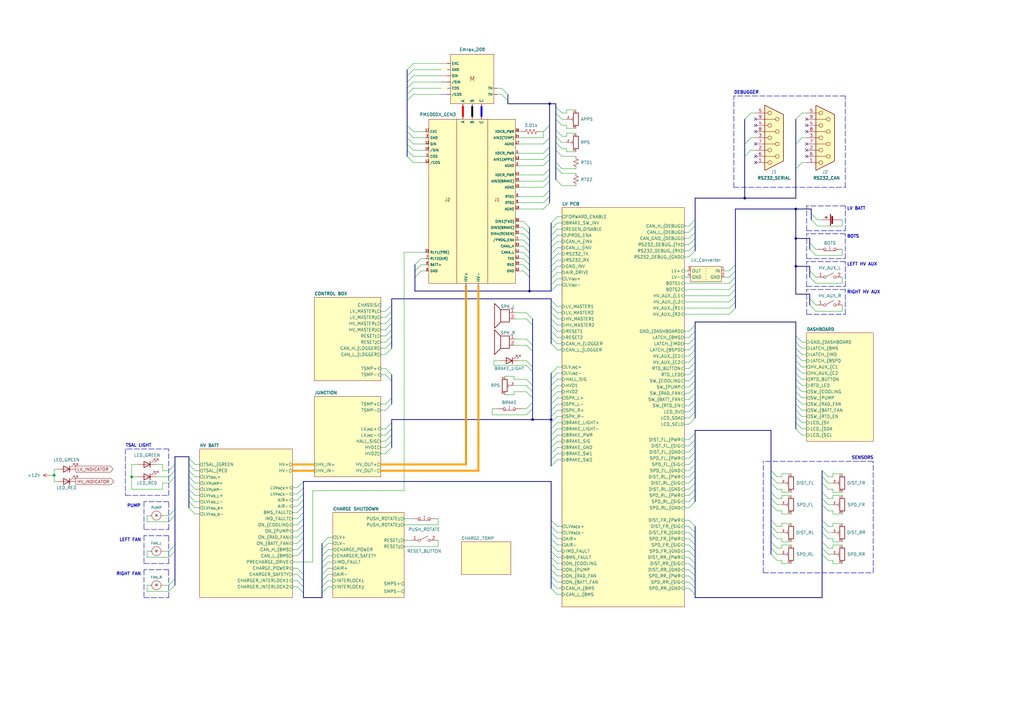
<source format=kicad_sch>
(kicad_sch (version 20211123) (generator eeschema)
  (paper "A3")
  (lib_symbols
    (symbol "A-FA_PARTS:DC-DC_Converter"
      (property "Reference" "U" (at 0 0 0))
      (property "Value" "DC-DC_Converter" (at 0 0 0))
      (symbol "DC-DC_Converter_1_1"
        (pin passive line (at 7.62 -5.08 180) (length 1.27) (name "IN") (number "1"))
        (pin passive line (at 7.62 -7.62 180) (length 1.27) (name "GND") (number "2"))
        (pin passive line (at -7.62 -5.08 0) (length 1.27) (name "OUT") (number "3"))
        (pin passive line (at -7.62 -7.62 0) (length 1.27) (name "GND") (number "4"))
      )
    )
    (symbol "A-FA_PARTS:FAN" (pin_names (offset 0))
      (property "Reference" "M" (at 1.27 1.27 0))
      (property "Value" "FAN" (at 1.27 -3.81 0))
      (symbol "FAN_0_0"
        (text "M" (at 0 -1.27 900) (effects (font (size 1 1))))
      )
      (symbol "FAN_1_1"
        (pin passive line (at 0 -3.81 90) (length 0.6) (name "") (number ""))
        (pin passive line (at 0 1.27 270) (length 0.6) (name "") (number ""))
      )
    )
    (symbol "Connector:DB9_Female" (pin_names (offset 1.016) hide)
      (property "Reference" "J" (at 0 13.97 0))
      (property "Value" "DB9_Female" (at 0 -14.605 0))
      (symbol "DB9_Female_1_1"
        (pin passive line (at -7.62 10.16 0) (length 3.81) (name "1") (number "1"))
        (pin passive line (at -7.62 5.08 0) (length 3.81) (name "2") (number "2"))
        (pin passive line (at -7.62 0 0) (length 3.81) (name "3") (number "3"))
        (pin passive line (at -7.62 -5.08 0) (length 3.81) (name "4") (number "4"))
        (pin passive line (at -7.62 -10.16 0) (length 3.81) (name "5") (number "5"))
        (pin passive line (at -7.62 7.62 0) (length 3.81) (name "6") (number "6"))
        (pin passive line (at -7.62 2.54 0) (length 3.81) (name "7") (number "7"))
        (pin passive line (at -7.62 -2.54 0) (length 3.81) (name "8") (number "8"))
        (pin passive line (at -7.62 -7.62 0) (length 3.81) (name "9") (number "9"))
      )
    )
    (symbol "Device:Battery_Cell" (pin_numbers hide) (pin_names (offset 0) hide)
      (property "Reference" "BT" (at 2.54 2.54 0))
      (property "Value" "Battery_Cell" (at 2.54 0 0))
      (symbol "Battery_Cell_1_1"
        (pin passive line (at 0 5.08 270) (length 2.54) (name "+") (number "1"))
        (pin passive line (at 0 -2.54 90) (length 2.54) (name "-") (number "2"))
      )
    )
    (symbol "Device:LED" (pin_numbers hide) (pin_names (offset 1.016) hide)
      (property "Reference" "D" (at 0 2.54 0))
      (property "Value" "LED" (at 0 -2.54 0))
      (symbol "LED_1_1"
        (pin passive line (at -3.81 0 0) (length 2.54) (name "K") (number "1"))
        (pin passive line (at 3.81 0 180) (length 2.54) (name "A") (number "2"))
      )
    )
    (symbol "Device:R_Potentiometer_Trim" (pin_names (offset 1.016) hide)
      (property "Value" "APPS" (at 0 5.08 0))
      (symbol "R_Potentiometer_Trim_1_1"
        (pin passive line (at 0 3.81 270) (length 1.27) (name "1") (number "1"))
        (pin passive line (at 3.81 0 180) (length 1.27) (name "2") (number "2"))
        (pin passive line (at 0 -3.81 90) (length 1.27) (name "3") (number "3"))
      )
    )
    (symbol "Device:R_Small_US" (pin_numbers hide) (pin_names (offset 0.254) hide)
      (property "Reference" "R" (at 0.762 0.508 0))
      (property "Value" "R_Small_US" (at 0.762 -1.016 0))
      (symbol "R_Small_US_1_1"
        (pin passive line (at 0 2.54 270) (length 1.016) (name "~") (number "1"))
        (pin passive line (at 0 -2.54 90) (length 1.016) (name "~") (number "2"))
      )
    )
    (symbol "Device:R_US" (pin_numbers hide) (pin_names (offset 0))
      (property "Reference" "R" (at 2.54 0 90))
      (property "Value" "R_US" (at -2.54 0 90))
      (symbol "R_US_1_1"
        (pin passive line (at 0 3.81 270) (length 1.27) (name "~") (number "1"))
        (pin passive line (at 0 -3.81 90) (length 1.27) (name "~") (number "2"))
      )
    )
    (symbol "Device:Speaker" (pin_names (offset 0) hide)
      (property "Reference" "LS" (at 1.27 5.715 0))
      (property "Value" "Speaker" (at 1.27 3.81 0))
      (symbol "Speaker_1_1"
        (pin input line (at -5.08 0 0) (length 2.54) (name "1") (number "1"))
        (pin input line (at -5.08 -2.54 0) (length 2.54) (name "2") (number "2"))
      )
    )
    (symbol "MODULES:Emrax_208"
      (property "Reference" "M?" (at 0 33.02 0))
      (property "Value" "Emrax_208" (at 0 30.48 0))
      (symbol "Emrax_208_0_0"
        (text "M" (at 0 19.05 0) (effects (font (size 2 2))))
      )
      (symbol "Emrax_208_1_1"
        (pin passive line (at -10.16 12.7 0) (length 1.2) (name "/COS") (number ""))
        (pin passive line (at -10.16 17.78 0) (length 1.2) (name "/SIN") (number ""))
        (pin passive line (at -3.81 7.62 90) (length 1.2) (name "A") (number ""))
        (pin passive line (at 0 7.62 90) (length 1.2) (name "B") (number ""))
        (pin passive line (at 3.81 7.62 90) (length 1.2) (name "C") (number ""))
        (pin passive line (at -10.16 15.24 0) (length 1.2) (name "COS") (number ""))
        (pin passive line (at -10.16 25.4 0) (length 1.2) (name "EXC") (number ""))
        (pin passive line (at -10.16 22.86 0) (length 1.2) (name "GND") (number ""))
        (pin passive line (at -10.16 20.32 0) (length 1.2) (name "SIN") (number ""))
        (pin passive line (at 10.16 12.7 180) (length 1.2) (name "TH") (number ""))
        (pin passive line (at 10.16 15.24 180) (length 1.2) (name "TH") (number ""))
      )
    )
    (symbol "MODULES:PM100DX_GEN3"
      (property "Reference" "U" (at 30.48 -10.16 0))
      (property "Value" "PM100DX_GEN3" (at 31.75 -16.51 0))
      (symbol "PM100DX_GEN3_0_0"
        (text "J1" (at 10.16 17.78 0) (effects (font (size 1.27 1.27))))
        (text "J2" (at -10.16 17.78 0) (effects (font (size 1.27 1.27))))
      )
      (symbol "PM100DX_GEN3_1_1"
        (pin passive line (at -3.81 52.07 270) (length 1.2) (name "A") (number ""))
        (pin passive line (at 0 52.07 270) (length 1.2) (name "B") (number ""))
        (pin passive line (at 3.81 52.07 270) (length 1.2) (name "C") (number ""))
        (pin passive line (at -2.54 -17.78 90) (length 1.2) (name "HV+") (number ""))
        (pin passive line (at 2.54 -17.78 90) (length 1.2) (name "HV-") (number ""))
        (pin passive line (at 19.05 36.83 180) (length 1.2) (name "XDCR_PWR") (number "1"))
        (pin passive line (at 19.05 -3.81 180) (length 1.2) (name "CANA_L") (number "11"))
        (pin passive line (at -19.05 40.64 0) (length 1.2) (name "SIN") (number "11"))
        (pin passive line (at -19.05 33.02 0) (length 1.2) (name "/COS") (number "12"))
        (pin passive line (at 19.05 -6.35 180) (length 1.2) (name "TXD") (number "12"))
        (pin passive line (at 19.05 34.29 180) (length 1.2) (name "AIN1(APPS)") (number "13"))
        (pin passive line (at 19.05 27.94 180) (length 1.2) (name "XDCR_PWR") (number "14"))
        (pin passive line (at 19.05 22.86 180) (length 1.2) (name "AGND") (number "15"))
        (pin passive line (at 19.05 40.64 180) (length 1.2) (name "AGND") (number "17"))
        (pin passive line (at -19.05 45.72 0) (length 1.2) (name "EXC") (number "17"))
        (pin passive line (at -19.05 38.1 0) (length 1.2) (name "/SIN") (number "18"))
        (pin passive line (at 19.05 13.97 180) (length 1.2) (name "AGND") (number "19"))
        (pin passive line (at 19.05 31.75 180) (length 1.2) (name "AGND") (number "2"))
        (pin passive line (at 19.05 6.35 180) (length 1.2) (name "DIN3(BRAKE)") (number "20"))
        (pin passive line (at -19.05 -3.81 0) (length 1.2) (name "RLY1(PRE)") (number "21"))
        (pin passive line (at 19.05 -11.43 180) (length 1.2) (name "GND") (number "22"))
        (pin passive line (at 19.05 43.18 180) (length 1.2) (name "AIN2(TEMP)") (number "24"))
        (pin passive line (at 19.05 25.4 180) (length 1.2) (name "AIN3(BRAKE)") (number "25"))
        (pin passive line (at 19.05 45.72 180) (length 1.2) (name "XDCR_PWR") (number "26"))
        (pin passive line (at -19.05 43.18 0) (length 1.2) (name "GND") (number "3"))
        (pin passive line (at 19.05 8.89 180) (length 1.2) (name "DIN1(FWD)") (number "30"))
        (pin passive line (at 19.05 3.81 180) (length 1.2) (name "DIN4(REGEN)") (number "31"))
        (pin passive line (at 19.05 -1.27 180) (length 1.2) (name "CANA_H") (number "33"))
        (pin passive line (at 19.05 -8.89 180) (length 1.2) (name "RXD") (number "35"))
        (pin passive line (at -19.05 35.56 0) (length 1.2) (name "COS") (number "4"))
        (pin passive line (at 19.05 19.05 180) (length 1.2) (name "RTD1") (number "5"))
        (pin passive line (at -19.05 -11.43 0) (length 1.2) (name "GND") (number "6"))
        (pin passive line (at 19.05 16.51 180) (length 1.2) (name "RTD2") (number "6"))
        (pin passive line (at 19.05 1.27 180) (length 1.2) (name "/PROG_ENA") (number "7"))
        (pin passive line (at -19.05 -6.35 0) (length 1.2) (name "RLY2(AIR)") (number "7"))
        (pin passive line (at -19.05 -8.89 0) (length 1.2) (name "BATT+") (number "8"))
      )
    )
    (symbol "Switch:SW_Push_Open" (pin_numbers hide) (pin_names (offset 1.016) hide)
      (property "Reference" "SW" (at 0 2.54 0))
      (property "Value" "SW_Push_Open" (at 0 -1.905 0))
      (symbol "SW_Push_Open_0_1"
        (pin passive line (at -5.08 0 0) (length 2.54) (name "A") (number "1"))
      )
      (symbol "SW_Push_Open_1_1"
        (pin passive line (at 5.08 0 180) (length 2.54) (name "B") (number "2"))
      )
    )
    (symbol "Switch:SW_SPST" (pin_names (offset 0) hide)
      (property "Reference" "SW" (at 0 3.175 0))
      (property "Value" "SW_SPST" (at 0 -2.54 0))
      (symbol "SW_SPST_1_1"
        (pin passive line (at -5.08 0 0) (length 2.54) (name "A") (number "1"))
        (pin passive line (at 5.08 0 180) (length 2.54) (name "B") (number "2"))
      )
    )
    (symbol "power:+12V" (power) (pin_names (offset 0))
      (property "Value" "+12V" (at 0 3.556 0))
      (symbol "+12V_1_1"
        (pin power_in line (at 0 0 90) (length 0) hide (name "+12V") (number "1"))
      )
    )
  )
  (junction (at 217.17 119.38))
  (junction (at 326.39 109.22))
  (junction (at 22.225 194.945))
  (junction (at 225.425 42.545))
  (junction (at 305.435 81.28))
  (junction (at 326.39 97.79))
  (junction (at 226.06 172.085))
  (junction (at 53.975 195.58))
  (junction (at 326.39 85.725))
  (junction (at 218.44 172.085))
  (no_connect (at 330.835 48.895))
  (no_connect (at 330.835 59.055))
  (no_connect (at 309.88 66.675))
  (no_connect (at 309.88 53.975))
  (no_connect (at 330.835 64.135))
  (no_connect (at 309.88 64.135))
  (no_connect (at 330.835 51.435))
  (no_connect (at 309.88 48.895))
  (no_connect (at 330.835 53.975))
  (no_connect (at 330.835 61.595))
  (no_connect (at 309.88 51.435))
  (no_connect (at 309.88 59.055))
  (bus_entry (at 228.6 168.275) (size -2.54 2.54))
  (bus_entry (at 339.725 204.47) (size -2.54 -2.54))
  (bus_entry (at 228.6 114.3) (size -2.54 2.54))
  (bus_entry (at 282.575 231.14) (size 2.54 2.54))
  (bus_entry (at 334.645 116.205) (size -2.54 -2.54))
  (bus_entry (at 228.6 178.435) (size -2.54 2.54))
  (bus_entry (at 124.46 210.185) (size -2.54 2.54))
  (bus_entry (at 228.6 140.97) (size -2.54 -2.54))
  (bus_entry (at 134.62 230.505) (size -2.54 2.54))
  (bus_entry (at 215.9 149.86) (size 2.54 2.54))
  (bus_entry (at 228.6 150.495) (size -2.54 2.54))
  (bus_entry (at 121.92 238.125) (size 2.54 2.54))
  (bus_entry (at 205.74 36.195) (size 2.54 2.54))
  (bus_entry (at 214.63 98.425) (size 2.54 2.54))
  (bus_entry (at 121.92 233.045) (size 2.54 2.54))
  (bus_entry (at 228.6 88.9) (size -2.54 2.54))
  (bus_entry (at 169.545 31.115) (size -2.54 2.54))
  (bus_entry (at 228.6 233.68) (size -2.54 -2.54))
  (bus_entry (at 307.975 56.515) (size -2.54 2.54))
  (bus_entry (at 222.885 74.295) (size 2.54 -2.54))
  (bus_entry (at 80.01 190.5) (size -2.54 -2.54))
  (bus_entry (at 307.975 61.595) (size -2.54 2.54))
  (bus_entry (at 169.545 28.575) (size -2.54 2.54))
  (bus_entry (at 228.6 155.575) (size -2.54 2.54))
  (bus_entry (at 124.46 217.805) (size -2.54 2.54))
  (bus_entry (at 339.725 218.44) (size -2.54 -2.54))
  (bus_entry (at 167.005 59.055) (size 2.54 2.54))
  (bus_entry (at 328.93 66.675) (size -2.54 2.54))
  (bus_entry (at 228.6 116.84) (size -2.54 2.54))
  (bus_entry (at 134.62 240.665) (size -2.54 2.54))
  (bus_entry (at 228.6 226.06) (size -2.54 -2.54))
  (bus_entry (at 228.6 175.895) (size -2.54 2.54))
  (bus_entry (at 334.645 102.235) (size -2.54 -2.54))
  (bus_entry (at 282.575 213.36) (size 2.54 2.54))
  (bus_entry (at 228.6 99.06) (size -2.54 2.54))
  (bus_entry (at 230.505 51.435) (size -2.54 -2.54))
  (bus_entry (at 228.6 91.44) (size -2.54 2.54))
  (bus_entry (at 282.575 236.22) (size 2.54 2.54))
  (bus_entry (at 158.115 183.515) (size 2.54 -2.54))
  (bus_entry (at 228.6 218.44) (size -2.54 -2.54))
  (bus_entry (at 282.575 95.25) (size 2.54 -2.54))
  (bus_entry (at 282.575 97.79) (size 2.54 -2.54))
  (bus_entry (at 282.575 92.71) (size 2.54 -2.54))
  (bus_entry (at 282.575 102.87) (size 2.54 -2.54))
  (bus_entry (at 282.575 100.33) (size 2.54 -2.54))
  (bus_entry (at 282.575 105.41) (size 2.54 -2.54))
  (bus_entry (at 339.725 207.01) (size -2.54 -2.54))
  (bus_entry (at 228.6 96.52) (size -2.54 2.54))
  (bus_entry (at 158.115 132.715) (size 2.54 -2.54))
  (bus_entry (at 230.505 76.2) (size -2.54 -2.54))
  (bus_entry (at 228.6 160.655) (size -2.54 2.54))
  (bus_entry (at 80.01 203.2) (size -2.54 -2.54))
  (bus_entry (at 285.115 243.84) (size -2.54 -2.54))
  (bus_entry (at 215.9 167.64) (size 2.54 -2.54))
  (bus_entry (at 282.575 228.6) (size 2.54 2.54))
  (bus_entry (at 299.085 121.285) (size 2.54 -2.54))
  (bus_entry (at 228.6 104.14) (size -2.54 2.54))
  (bus_entry (at 215.9 155.575) (size 2.54 2.54))
  (bus_entry (at 215.9 160.655) (size 2.54 2.54))
  (bus_entry (at 230.505 46.355) (size -2.54 -2.54))
  (bus_entry (at 80.01 193.04) (size -2.54 -2.54))
  (bus_entry (at 318.77 227.33) (size -2.54 -2.54))
  (bus_entry (at 80.01 208.28) (size -2.54 -2.54))
  (bus_entry (at 158.115 127.635) (size 2.54 -2.54))
  (bus_entry (at 328.93 56.515) (size -2.54 2.54))
  (bus_entry (at 318.77 215.9) (size -2.54 -2.54))
  (bus_entry (at 285.115 133.35) (size -2.54 2.54))
  (bus_entry (at 124.46 207.645) (size -2.54 2.54))
  (bus_entry (at 124.46 212.725) (size -2.54 2.54))
  (bus_entry (at 215.9 128.27) (size 2.54 2.54))
  (bus_entry (at 215.9 130.81) (size 2.54 2.54))
  (bus_entry (at 215.9 141.605) (size 2.54 2.54))
  (bus_entry (at 215.9 139.065) (size 2.54 2.54))
  (bus_entry (at 228.6 186.055) (size -2.54 2.54))
  (bus_entry (at 172.72 111.125) (size -2.54 2.54))
  (bus_entry (at 222.885 53.975) (size 2.54 -2.54))
  (bus_entry (at 222.885 59.055) (size 2.54 -2.54))
  (bus_entry (at 222.885 67.945) (size 2.54 -2.54))
  (bus_entry (at 318.77 207.01) (size -2.54 -2.54))
  (bus_entry (at 222.885 80.645) (size 2.54 -2.54))
  (bus_entry (at 282.575 190.5) (size 2.54 -2.54))
  (bus_entry (at 228.6 133.35) (size -2.54 -2.54))
  (bus_entry (at 169.545 26.035) (size -2.54 2.54))
  (bus_entry (at 318.77 218.44) (size -2.54 -2.54))
  (bus_entry (at 228.6 163.195) (size -2.54 2.54))
  (bus_entry (at 339.725 229.87) (size -2.54 -2.54))
  (bus_entry (at 230.505 60.96) (size -2.54 -2.54))
  (bus_entry (at 230.505 55.88) (size -2.54 -2.54))
  (bus_entry (at 230.505 58.42) (size -2.54 -2.54))
  (bus_entry (at 282.575 208.28) (size 2.54 -2.54))
  (bus_entry (at 318.77 204.47) (size -2.54 -2.54))
  (bus_entry (at 282.575 187.96) (size 2.54 -2.54))
  (bus_entry (at 335.28 92.71) (size -2.54 -2.54))
  (bus_entry (at 228.6 173.355) (size -2.54 2.54))
  (bus_entry (at 80.01 205.74) (size -2.54 -2.54))
  (bus_entry (at 299.085 111.125) (size 2.54 -2.54))
  (bus_entry (at 299.085 118.745) (size 2.54 -2.54))
  (bus_entry (at 299.085 113.665) (size 2.54 -2.54))
  (bus_entry (at 299.085 116.205) (size 2.54 -2.54))
  (bus_entry (at 339.725 227.33) (size -2.54 -2.54))
  (bus_entry (at 205.74 38.735) (size 2.54 2.54))
  (bus_entry (at 228.6 215.9) (size -2.54 -2.54))
  (bus_entry (at 228.6 101.6) (size -2.54 2.54))
  (bus_entry (at 339.725 195.58) (size -2.54 -2.54))
  (bus_entry (at 214.63 90.805) (size 2.54 2.54))
  (bus_entry (at 307.975 46.355) (size -2.54 2.54))
  (bus_entry (at 228.6 243.84) (size -2.54 -2.54))
  (bus_entry (at 158.115 137.795) (size 2.54 -2.54))
  (bus_entry (at 328.93 160.655) (size -2.54 -2.54))
  (bus_entry (at 339.725 209.55) (size -2.54 -2.54))
  (bus_entry (at 228.6 228.6) (size -2.54 -2.54))
  (bus_entry (at 334.645 125.095) (size -2.54 -2.54))
  (bus_entry (at 318.77 220.98) (size -2.54 -2.54))
  (bus_entry (at 172.72 106.045) (size -2.54 2.54))
  (bus_entry (at 215.9 170.18) (size 2.54 -2.54))
  (bus_entry (at 318.77 200.66) (size -2.54 -2.54))
  (bus_entry (at 169.545 33.655) (size -2.54 2.54))
  (bus_entry (at 124.46 205.105) (size -2.54 2.54))
  (bus_entry (at 222.885 71.755) (size 2.54 -2.54))
  (bus_entry (at 228.6 170.815) (size -2.54 2.54))
  (bus_entry (at 80.01 198.12) (size -2.54 -2.54))
  (bus_entry (at 215.9 147.955) (size 2.54 2.54))
  (bus_entry (at 124.46 200.025) (size -2.54 2.54))
  (bus_entry (at 228.6 128.27) (size -2.54 -2.54))
  (bus_entry (at 214.63 111.125) (size 2.54 2.54))
  (bus_entry (at 222.885 83.185) (size 2.54 -2.54))
  (bus_entry (at 228.6 106.68) (size -2.54 2.54))
  (bus_entry (at 214.63 103.505) (size 2.54 2.54))
  (bus_entry (at 228.6 93.98) (size -2.54 2.54))
  (bus_entry (at 214.63 100.965) (size 2.54 2.54))
  (bus_entry (at 230.505 69.215) (size -2.54 -2.54))
  (bus_entry (at 167.005 61.595) (size 2.54 2.54))
  (bus_entry (at 167.005 56.515) (size 2.54 2.54))
  (bus_entry (at 228.6 135.89) (size -2.54 -2.54))
  (bus_entry (at 339.725 220.98) (size -2.54 -2.54))
  (bus_entry (at 134.62 233.045) (size -2.54 2.54))
  (bus_entry (at 339.725 198.12) (size -2.54 -2.54))
  (bus_entry (at 318.77 209.55) (size -2.54 -2.54))
  (bus_entry (at 335.28 90.17) (size -2.54 -2.54))
  (bus_entry (at 134.62 220.345) (size -2.54 2.54))
  (bus_entry (at 334.645 127.635) (size -2.54 -2.54))
  (bus_entry (at 228.6 238.76) (size -2.54 -2.54))
  (bus_entry (at 230.505 71.12) (size -2.54 -2.54))
  (bus_entry (at 228.6 111.76) (size -2.54 2.54))
  (bus_entry (at 215.9 158.115) (size 2.54 2.54))
  (bus_entry (at 299.085 128.905) (size 2.54 -2.54))
  (bus_entry (at 134.62 238.125) (size -2.54 2.54))
  (bus_entry (at 158.115 135.255) (size 2.54 -2.54))
  (bus_entry (at 124.46 220.345) (size -2.54 2.54))
  (bus_entry (at 134.62 225.425) (size -2.54 2.54))
  (bus_entry (at 158.115 178.435) (size 2.54 -2.54))
  (bus_entry (at 282.575 215.9) (size 2.54 2.54))
  (bus_entry (at 282.575 220.98) (size 2.54 2.54))
  (bus_entry (at 282.575 203.2) (size 2.54 -2.54))
  (bus_entry (at 334.645 113.665) (size -2.54 -2.54))
  (bus_entry (at 228.6 125.73) (size -2.54 -2.54))
  (bus_entry (at 167.005 51.435) (size 2.54 2.54))
  (bus_entry (at 282.575 198.12) (size 2.54 -2.54))
  (bus_entry (at 80.01 200.66) (size -2.54 -2.54))
  (bus_entry (at 318.77 195.58) (size -2.54 -2.54))
  (bus_entry (at 282.575 226.06) (size 2.54 2.54))
  (bus_entry (at 228.6 223.52) (size -2.54 -2.54))
  (bus_entry (at 282.575 223.52) (size 2.54 2.54))
  (bus_entry (at 134.62 227.965) (size -2.54 2.54))
  (bus_entry (at 226.06 191.135) (size 2.54 -2.54))
  (bus_entry (at 299.085 123.825) (size 2.54 -2.54))
  (bus_entry (at 318.77 229.87) (size -2.54 -2.54))
  (bus_entry (at 228.6 236.22) (size -2.54 -2.54))
  (bus_entry (at 167.005 64.135) (size 2.54 2.54))
  (bus_entry (at 228.6 220.98) (size -2.54 -2.54))
  (bus_entry (at 228.6 130.81) (size -2.54 -2.54))
  (bus_entry (at 158.115 180.975) (size 2.54 -2.54))
  (bus_entry (at 318.77 198.12) (size -2.54 -2.54))
  (bus_entry (at 134.62 235.585) (size -2.54 2.54))
  (bus_entry (at 228.6 109.22) (size -2.54 2.54))
  (bus_entry (at 222.885 65.405) (size 2.54 -2.54))
  (bus_entry (at 230.505 64.135) (size -2.54 -2.54))
  (bus_entry (at 228.6 143.51) (size -2.54 -2.54))
  (bus_entry (at 282.575 193.04) (size 2.54 -2.54))
  (bus_entry (at 282.575 161.29) (size 2.54 -2.54))
  (bus_entry (at 282.575 158.75) (size 2.54 -2.54))
  (bus_entry (at 282.575 173.99) (size 2.54 -2.54))
  (bus_entry (at 282.575 171.45) (size 2.54 -2.54))
  (bus_entry (at 282.575 143.51) (size 2.54 -2.54))
  (bus_entry (at 282.575 148.59) (size 2.54 -2.54))
  (bus_entry (at 282.575 146.05) (size 2.54 -2.54))
  (bus_entry (at 282.575 166.37) (size 2.54 -2.54))
  (bus_entry (at 282.575 168.91) (size 2.54 -2.54))
  (bus_entry (at 282.575 163.83) (size 2.54 -2.54))
  (bus_entry (at 282.575 153.67) (size 2.54 -2.54))
  (bus_entry (at 282.575 151.13) (size 2.54 -2.54))
  (bus_entry (at 282.575 138.43) (size 2.54 -2.54))
  (bus_entry (at 282.575 140.97) (size 2.54 -2.54))
  (bus_entry (at 328.93 140.335) (size -2.54 -2.54))
  (bus_entry (at 328.93 175.895) (size -2.54 -2.54))
  (bus_entry (at 328.93 178.435) (size -2.54 -2.54))
  (bus_entry (at 328.93 173.355) (size -2.54 -2.54))
  (bus_entry (at 328.93 170.815) (size -2.54 -2.54))
  (bus_entry (at 328.93 165.735) (size -2.54 -2.54))
  (bus_entry (at 328.93 163.195) (size -2.54 -2.54))
  (bus_entry (at 328.93 155.575) (size -2.54 -2.54))
  (bus_entry (at 328.93 168.275) (size -2.54 -2.54))
  (bus_entry (at 328.93 158.115) (size -2.54 -2.54))
  (bus_entry (at 328.93 153.035) (size -2.54 -2.54))
  (bus_entry (at 328.93 147.955) (size -2.54 -2.54))
  (bus_entry (at 328.93 142.875) (size -2.54 -2.54))
  (bus_entry (at 328.93 145.415) (size -2.54 -2.54))
  (bus_entry (at 328.93 150.495) (size -2.54 -2.54))
  (bus_entry (at 214.63 95.885) (size 2.54 2.54))
  (bus_entry (at 169.545 36.195) (size -2.54 2.54))
  (bus_entry (at 228.6 153.035) (size -2.54 2.54))
  (bus_entry (at 228.6 138.43) (size -2.54 -2.54))
  (bus_entry (at 158.115 175.895) (size 2.54 -2.54))
  (bus_entry (at 121.92 240.665) (size 2.54 2.54))
  (bus_entry (at 222.885 62.865) (size 2.54 -2.54))
  (bus_entry (at 214.63 106.045) (size 2.54 2.54))
  (bus_entry (at 282.575 195.58) (size 2.54 -2.54))
  (bus_entry (at 318.77 224.79) (size -2.54 -2.54))
  (bus_entry (at 172.72 108.585) (size -2.54 2.54))
  (bus_entry (at 158.115 165.735) (size 2.54 -2.54))
  (bus_entry (at 158.115 168.275) (size 2.54 -2.54))
  (bus_entry (at 158.115 153.67) (size 2.54 2.54))
  (bus_entry (at 158.115 151.13) (size 2.54 2.54))
  (bus_entry (at 158.115 130.175) (size 2.54 -2.54))
  (bus_entry (at 282.575 233.68) (size 2.54 2.54))
  (bus_entry (at 80.01 210.82) (size -2.54 -2.54))
  (bus_entry (at 228.6 180.975) (size -2.54 2.54))
  (bus_entry (at 167.005 53.975) (size 2.54 2.54))
  (bus_entry (at 124.46 222.885) (size -2.54 2.54))
  (bus_entry (at 80.01 195.58) (size -2.54 -2.54))
  (bus_entry (at 158.115 186.055) (size 2.54 -2.54))
  (bus_entry (at 214.63 108.585) (size 2.54 2.54))
  (bus_entry (at 282.575 182.88) (size 2.54 -2.54))
  (bus_entry (at 230.505 48.895) (size -2.54 -2.54))
  (bus_entry (at 124.46 225.425) (size -2.54 2.54))
  (bus_entry (at 214.63 93.345) (size 2.54 2.54))
  (bus_entry (at 282.575 238.76) (size 2.54 2.54))
  (bus_entry (at 124.46 197.485) (size -2.54 2.54))
  (bus_entry (at 282.575 156.21) (size 2.54 -2.54))
  (bus_entry (at 222.885 76.835) (size 2.54 -2.54))
  (bus_entry (at 285.115 177.8) (size -2.54 2.54))
  (bus_entry (at 134.62 222.885) (size -2.54 2.54))
  (bus_entry (at 282.575 185.42) (size 2.54 -2.54))
  (bus_entry (at 124.46 215.265) (size -2.54 2.54))
  (bus_entry (at 228.6 241.3) (size -2.54 -2.54))
  (bus_entry (at 158.115 142.875) (size 2.54 -2.54))
  (bus_entry (at 299.085 126.365) (size 2.54 -2.54))
  (bus_entry (at 339.725 224.79) (size -2.54 -2.54))
  (bus_entry (at 228.6 231.14) (size -2.54 -2.54))
  (bus_entry (at 228.6 158.115) (size -2.54 2.54))
  (bus_entry (at 228.6 165.735) (size -2.54 2.54))
  (bus_entry (at 334.645 104.775) (size -2.54 -2.54))
  (bus_entry (at 339.725 215.9) (size -2.54 -2.54))
  (bus_entry (at 282.575 200.66) (size 2.54 -2.54))
  (bus_entry (at 69.215 198.12) (size 2.54 -2.54))
  (bus_entry (at 69.215 195.58) (size 2.54 -2.54))
  (bus_entry (at 69.215 193.04) (size 2.54 -2.54))
  (bus_entry (at 69.215 213.995) (size 2.54 -2.54))
  (bus_entry (at 69.215 211.455) (size 2.54 -2.54))
  (bus_entry (at 69.215 228.6) (size 2.54 -2.54))
  (bus_entry (at 69.215 226.06) (size 2.54 -2.54))
  (bus_entry (at 69.215 240.03) (size 2.54 -2.54))
  (bus_entry (at 69.215 242.57) (size 2.54 -2.54))
  (bus_entry (at 169.545 38.735) (size -2.54 2.54))
  (bus_entry (at 158.115 140.335) (size 2.54 -2.54))
  (bus_entry (at 328.93 46.355) (size -2.54 2.54))
  (bus_entry (at 282.575 218.44) (size 2.54 2.54))
  (bus_entry (at 228.6 183.515) (size -2.54 2.54))
  (bus_entry (at 282.575 205.74) (size 2.54 -2.54))
  (bus_entry (at 339.725 200.66) (size -2.54 -2.54))
  (bus_entry (at 158.115 145.415) (size 2.54 -2.54))
  (bus_entry (at 121.92 235.585) (size 2.54 2.54))
  (bus_entry (at 222.885 85.725) (size 2.54 -2.54))
  (bus_entry (at 124.46 202.565) (size -2.54 2.54))
  (wire (pts (xy 280.67 233.68) (xy 282.575 233.68)))
  (wire (pts (xy 280.67 171.45) (xy 282.575 171.45)))
  (bus (pts (xy 285.115 228.6) (xy 285.115 231.14)))
  (wire (pts (xy 280.67 200.66) (xy 282.575 200.66)))
  (wire (pts (xy 61.595 240.03) (xy 60.325 240.03)))
  (wire (pts (xy 66.675 226.06) (xy 69.215 226.06)))
  (polyline (pts (xy 59.055 219.71) (xy 59.055 231.14)) (stroke (width 0.2)))
  (bus (pts (xy 316.23 195.58) (xy 316.23 193.04)))
  (wire (pts (xy 179.705 215.265) (xy 179.705 212.725)))
  (wire (pts (xy 339.725 229.87) (xy 341.63 229.87)))
  (wire (pts (xy 280.67 116.205) (xy 299.085 116.205)))
  (polyline (pts (xy 330.835 106.045) (xy 330.835 95.885)) (stroke (width 0.2)))
  (wire (pts (xy 212.725 147.955) (xy 215.9 147.955)))
  (wire (pts (xy 280.67 105.41) (xy 282.575 105.41)))
  (bus (pts (xy 227.965 42.545) (xy 227.965 43.815)))
  (polyline (pts (xy 330.835 128.905) (xy 330.835 118.745)) (stroke (width 0.2)))
  (polyline (pts (xy 59.055 231.14) (xy 69.215 231.14)) (stroke (width 0.2)))
  (bus (pts (xy 285.115 205.74) (xy 285.115 203.2)))
  (wire (pts (xy 324.485 214.63) (xy 320.675 214.63)))
  (wire (pts (xy 318.77 227.33) (xy 320.675 227.33)))
  (wire (pts (xy 280.67 97.79) (xy 282.575 97.79)))
  (wire (pts (xy 280.67 111.125) (xy 281.94 111.125)))
  (wire (pts (xy 334.645 116.205) (xy 345.44 116.205)))
  (wire (pts (xy 203.835 38.735) (xy 205.74 38.735)))
  (wire (pts (xy 318.77 198.12) (xy 320.675 198.12)))
  (wire (pts (xy 280.67 218.44) (xy 282.575 218.44)))
  (bus (pts (xy 301.625 116.205) (xy 301.625 113.665)))
  (wire (pts (xy 211.455 139.065) (xy 215.9 139.065)))
  (polyline (pts (xy 59.055 217.17) (xy 69.215 217.17)) (stroke (width 0.2)))
  (wire (pts (xy 230.505 133.35) (xy 228.6 133.35)))
  (wire (pts (xy 230.505 138.43) (xy 228.6 138.43)))
  (polyline (pts (xy 59.055 245.11) (xy 69.215 245.11)) (stroke (width 0.2)))
  (bus (pts (xy 170.18 119.38) (xy 170.18 113.665)))
  (bus (pts (xy 160.655 163.195) (xy 160.655 165.735)))
  (wire (pts (xy 228.6 175.895) (xy 230.505 175.895)))
  (bus (pts (xy 225.425 62.865) (xy 225.425 60.325)))
  (polyline (pts (xy 330.835 128.905) (xy 346.71 128.905)) (stroke (width 0.2)))
  (bus (pts (xy 326.39 170.815) (xy 326.39 173.355)))
  (bus (pts (xy 326.39 168.275) (xy 326.39 170.815)))
  (wire (pts (xy 280.67 236.22) (xy 282.575 236.22)))
  (wire (pts (xy 318.77 215.9) (xy 320.675 215.9)))
  (wire (pts (xy 328.93 163.195) (xy 330.835 163.195)))
  (bus (pts (xy 225.425 71.755) (xy 225.425 69.215)))
  (bus (pts (xy 217.17 108.585) (xy 217.17 106.045)))
  (wire (pts (xy 120.015 235.585) (xy 121.92 235.585)))
  (wire (pts (xy 120.015 202.565) (xy 121.92 202.565)))
  (bus (pts (xy 124.46 197.485) (xy 226.06 197.485)))
  (wire (pts (xy 280.67 231.14) (xy 282.575 231.14)))
  (polyline (pts (xy 346.71 117.475) (xy 346.71 107.315)) (stroke (width 0.2)))
  (wire (pts (xy 345.44 223.52) (xy 341.63 223.52)))
  (wire (pts (xy 320.675 223.52) (xy 320.675 224.79)))
  (wire (pts (xy 215.9 155.575) (xy 210.82 155.575)))
  (wire (pts (xy 165.735 224.155) (xy 179.705 224.155)))
  (bus (pts (xy 285.115 220.98) (xy 285.115 223.52)))
  (wire (pts (xy 66.675 193.04) (xy 69.215 193.04)))
  (bus (pts (xy 285.115 135.89) (xy 285.115 133.35)))
  (bus (pts (xy 217.17 103.505) (xy 217.17 100.965)))
  (bus (pts (xy 167.005 28.575) (xy 167.005 31.115)))
  (bus (pts (xy 132.08 225.425) (xy 132.08 227.965)))
  (bus (pts (xy 218.44 167.64) (xy 218.44 172.085)))
  (wire (pts (xy 339.725 218.44) (xy 341.63 218.44)))
  (wire (pts (xy 136.525 235.585) (xy 134.62 235.585)))
  (wire (pts (xy 228.6 116.84) (xy 230.505 116.84)))
  (wire (pts (xy 174.625 103.505) (xy 165.735 103.505)))
  (wire (pts (xy 197.485 43.815) (xy 197.485 47.625)) (stroke (width 0.8) (color 0 0 255 1)))
  (wire (pts (xy 232.41 54.61) (xy 232.41 55.88)))
  (bus (pts (xy 285.115 102.87) (xy 285.115 100.33)))
  (wire (pts (xy 120.015 225.425) (xy 121.92 225.425)))
  (wire (pts (xy 212.725 93.345) (xy 214.63 93.345)))
  (bus (pts (xy 285.115 138.43) (xy 285.115 135.89)))
  (wire (pts (xy 202.565 147.955) (xy 205.105 147.955)))
  (polyline (pts (xy 346.71 94.615) (xy 346.71 84.455)) (stroke (width 0.2)))
  (wire (pts (xy 320.675 214.63) (xy 320.675 215.9)))
  (wire (pts (xy 280.67 118.745) (xy 299.085 118.745)))
  (wire (pts (xy 60.325 240.03) (xy 60.325 242.57)))
  (bus (pts (xy 226.06 111.76) (xy 226.06 114.3)))
  (polyline (pts (xy 300.99 76.835) (xy 346.71 76.835)) (stroke (width 0.2)))
  (polyline (pts (xy 51.435 184.15) (xy 51.435 203.2)) (stroke (width 0.2)))
  (wire (pts (xy 230.505 48.895) (xy 232.41 48.895)))
  (wire (pts (xy 345.44 116.205) (xy 345.44 113.665)))
  (bus (pts (xy 226.06 213.36) (xy 226.06 215.9)))
  (wire (pts (xy 212.725 90.805) (xy 214.63 90.805)))
  (polyline (pts (xy 59.055 233.68) (xy 59.055 245.11)) (stroke (width 0.2)))
  (wire (pts (xy 280.67 128.905) (xy 299.085 128.905)))
  (bus (pts (xy 332.74 87.63) (xy 332.74 90.17)))
  (wire (pts (xy 81.915 193.04) (xy 80.01 193.04)))
  (wire (pts (xy 207.01 161.925) (xy 210.82 161.925)))
  (wire (pts (xy 22.225 192.405) (xy 22.225 194.945)))
  (wire (pts (xy 324.485 203.2) (xy 320.675 203.2)))
  (wire (pts (xy 280.67 135.89) (xy 282.575 135.89)))
  (wire (pts (xy 230.505 226.06) (xy 228.6 226.06)))
  (bus (pts (xy 227.965 53.34) (xy 227.965 48.895)))
  (bus (pts (xy 316.23 215.9) (xy 316.23 213.36)))
  (wire (pts (xy 345.44 201.93) (xy 341.63 201.93)))
  (wire (pts (xy 22.225 197.485) (xy 23.495 197.485)))
  (bus (pts (xy 225.425 42.545) (xy 225.425 51.435)))
  (wire (pts (xy 228.6 168.275) (xy 230.505 168.275)))
  (wire (pts (xy 328.93 158.115) (xy 330.835 158.115)))
  (bus (pts (xy 225.425 56.515) (xy 225.425 60.325)))
  (bus (pts (xy 326.39 150.495) (xy 326.39 153.035)))
  (wire (pts (xy 136.525 227.965) (xy 134.62 227.965)))
  (bus (pts (xy 285.115 168.91) (xy 285.115 166.37)))
  (wire (pts (xy 228.6 91.44) (xy 230.505 91.44)))
  (bus (pts (xy 124.46 207.645) (xy 124.46 210.185)))
  (bus (pts (xy 226.06 123.19) (xy 226.06 125.73)))
  (wire (pts (xy 280.67 215.9) (xy 282.575 215.9)))
  (wire (pts (xy 324.485 223.52) (xy 320.675 223.52)))
  (bus (pts (xy 285.115 143.51) (xy 285.115 140.97)))
  (bus (pts (xy 217.17 98.425) (xy 217.17 95.885)))
  (wire (pts (xy 169.545 61.595) (xy 174.625 61.595)))
  (wire (pts (xy 280.67 146.05) (xy 282.575 146.05)))
  (wire (pts (xy 230.505 243.84) (xy 228.6 243.84)))
  (bus (pts (xy 132.08 230.505) (xy 132.08 233.045)))
  (bus (pts (xy 77.47 203.2) (xy 77.47 205.74)))
  (bus (pts (xy 326.39 132.08) (xy 326.39 137.795)))
  (polyline (pts (xy 313.055 234.95) (xy 358.14 234.95)) (stroke (width 0.2)))
  (wire (pts (xy 172.72 111.125) (xy 174.625 111.125)))
  (wire (pts (xy 280.67 203.2) (xy 282.575 203.2)))
  (wire (pts (xy 280.67 151.13) (xy 282.575 151.13)))
  (bus (pts (xy 326.39 160.655) (xy 326.39 163.195)))
  (wire (pts (xy 202.565 147.955) (xy 202.565 149.86)))
  (wire (pts (xy 324.485 231.14) (xy 320.675 231.14)))
  (wire (pts (xy 22.225 194.945) (xy 22.225 197.485)))
  (wire (pts (xy 328.93 145.415) (xy 330.835 145.415)))
  (wire (pts (xy 297.18 111.125) (xy 299.085 111.125)))
  (bus (pts (xy 71.755 237.49) (xy 71.755 240.03)))
  (wire (pts (xy 320.675 231.14) (xy 320.675 229.87)))
  (bus (pts (xy 160.655 175.895) (xy 160.655 173.355)))
  (wire (pts (xy 136.525 238.125) (xy 134.62 238.125)))
  (bus (pts (xy 285.115 203.2) (xy 285.115 200.66)))
  (bus (pts (xy 71.755 211.455) (xy 71.755 223.52)))
  (wire (pts (xy 165.735 201.295) (xy 128.27 201.295)))
  (bus (pts (xy 226.06 101.6) (xy 226.06 104.14)))
  (bus (pts (xy 167.005 36.195) (xy 167.005 38.735)))
  (wire (pts (xy 210.82 161.925) (xy 210.82 160.655)))
  (wire (pts (xy 212.725 83.185) (xy 222.885 83.185)))
  (wire (pts (xy 228.6 111.76) (xy 230.505 111.76)))
  (wire (pts (xy 212.725 106.045) (xy 214.63 106.045)))
  (bus (pts (xy 226.06 183.515) (xy 226.06 186.055)))
  (wire (pts (xy 212.725 76.835) (xy 222.885 76.835)))
  (wire (pts (xy 230.505 64.135) (xy 236.22 64.135)))
  (bus (pts (xy 71.755 208.915) (xy 71.755 211.455)))
  (wire (pts (xy 228.6 178.435) (xy 230.505 178.435)))
  (bus (pts (xy 167.005 41.275) (xy 167.005 51.435)))
  (wire (pts (xy 120.015 193.04) (xy 128.905 193.04)) (stroke (width 0.8) (color 255 149 0 1)))
  (wire (pts (xy 136.525 222.885) (xy 134.62 222.885)))
  (wire (pts (xy 230.505 71.12) (xy 236.22 71.12)))
  (bus (pts (xy 226.06 168.275) (xy 226.06 170.815)))
  (bus (pts (xy 132.08 233.045) (xy 132.08 235.585)))
  (polyline (pts (xy 330.835 117.475) (xy 330.835 107.315)) (stroke (width 0.2)))
  (bus (pts (xy 226.06 215.9) (xy 226.06 218.44)))
  (bus (pts (xy 71.755 195.58) (xy 71.755 208.915)))
  (bus (pts (xy 218.44 160.655) (xy 218.44 163.195)))
  (wire (pts (xy 136.525 240.665) (xy 134.62 240.665)))
  (bus (pts (xy 71.755 187.325) (xy 77.47 187.325)))
  (wire (pts (xy 280.67 158.75) (xy 282.575 158.75)))
  (bus (pts (xy 160.655 135.255) (xy 160.655 132.715)))
  (wire (pts (xy 169.545 64.135) (xy 174.625 64.135)))
  (wire (pts (xy 196.215 193.04) (xy 156.21 193.04)) (stroke (width 0.8) (color 255 149 0 1)))
  (bus (pts (xy 226.06 119.38) (xy 217.17 119.38)))
  (wire (pts (xy 339.725 227.33) (xy 341.63 227.33)))
  (wire (pts (xy 328.93 142.875) (xy 330.835 142.875)))
  (wire (pts (xy 156.21 137.795) (xy 158.115 137.795)))
  (bus (pts (xy 285.115 180.34) (xy 285.115 177.8)))
  (wire (pts (xy 81.915 203.2) (xy 80.01 203.2)))
  (wire (pts (xy 228.6 93.98) (xy 230.505 93.98)))
  (wire (pts (xy 212.725 85.725) (xy 222.885 85.725)))
  (wire (pts (xy 228.6 165.735) (xy 230.505 165.735)))
  (wire (pts (xy 318.77 218.44) (xy 320.675 218.44)))
  (wire (pts (xy 23.495 192.405) (xy 22.225 192.405)))
  (wire (pts (xy 81.915 190.5) (xy 80.01 190.5)))
  (bus (pts (xy 71.755 187.325) (xy 71.755 190.5)))
  (wire (pts (xy 307.975 61.595) (xy 309.88 61.595)))
  (bus (pts (xy 337.185 222.25) (xy 337.185 224.79)))
  (wire (pts (xy 335.28 90.17) (xy 337.185 90.17)))
  (wire (pts (xy 169.545 28.575) (xy 180.975 28.575)))
  (wire (pts (xy 328.93 155.575) (xy 330.835 155.575)))
  (wire (pts (xy 212.725 71.755) (xy 222.885 71.755)))
  (wire (pts (xy 165.735 215.265) (xy 179.705 215.265)))
  (wire (pts (xy 339.725 198.12) (xy 341.63 198.12)))
  (wire (pts (xy 180.975 28.575) (xy 183.515 28.575)) (stroke (width 0) (color 255 255 0 1)))
  (bus (pts (xy 132.08 238.125) (xy 132.08 240.665)))
  (polyline (pts (xy 313.055 234.95) (xy 313.055 189.23)) (stroke (width 0.2)))
  (wire (pts (xy 280.67 163.83) (xy 282.575 163.83)))
  (bus (pts (xy 285.115 132.08) (xy 326.39 132.08)))
  (wire (pts (xy 60.325 211.455) (xy 60.325 213.995)))
  (wire (pts (xy 320.675 222.25) (xy 320.675 220.98)))
  (bus (pts (xy 326.39 173.355) (xy 326.39 175.895)))
  (bus (pts (xy 285.115 153.67) (xy 285.115 151.13)))
  (wire (pts (xy 165.735 221.615) (xy 168.91 221.615)))
  (wire (pts (xy 180.975 26.035) (xy 183.515 26.035)) (stroke (width 0) (color 255 0 0 1)))
  (bus (pts (xy 326.39 59.055) (xy 326.39 69.215)))
  (bus (pts (xy 226.06 153.035) (xy 226.06 155.575)))
  (wire (pts (xy 318.77 195.58) (xy 320.675 195.58)))
  (wire (pts (xy 339.725 209.55) (xy 341.63 209.55)))
  (bus (pts (xy 77.47 193.04) (xy 77.47 195.58)))
  (bus (pts (xy 226.06 226.06) (xy 226.06 228.6)))
  (wire (pts (xy 211.455 128.27) (xy 215.9 128.27)))
  (bus (pts (xy 226.06 99.06) (xy 226.06 101.6)))
  (polyline (pts (xy 69.215 245.11) (xy 69.215 233.68)) (stroke (width 0.2)))
  (bus (pts (xy 326.39 48.895) (xy 326.39 59.055)))
  (wire (pts (xy 222.885 56.515) (xy 222.885 53.975)))
  (bus (pts (xy 226.06 231.14) (xy 226.06 233.68)))
  (bus (pts (xy 285.115 182.88) (xy 285.115 180.34)))
  (bus (pts (xy 316.23 193.04) (xy 316.23 176.53)))
  (bus (pts (xy 305.435 81.28) (xy 285.115 81.28)))
  (wire (pts (xy 320.675 203.2) (xy 320.675 204.47)))
  (bus (pts (xy 326.39 85.725) (xy 326.39 97.79)))
  (wire (pts (xy 334.645 113.665) (xy 335.28 113.665)))
  (wire (pts (xy 341.63 203.2) (xy 341.63 204.47)))
  (wire (pts (xy 341.63 201.93) (xy 341.63 200.66)))
  (wire (pts (xy 307.975 56.515) (xy 309.88 56.515)))
  (wire (pts (xy 328.93 165.735) (xy 330.835 165.735)))
  (wire (pts (xy 53.975 195.58) (xy 56.515 195.58)))
  (wire (pts (xy 203.835 36.195) (xy 205.74 36.195)))
  (bus (pts (xy 326.39 109.22) (xy 326.39 97.79)))
  (bus (pts (xy 301.625 85.725) (xy 326.39 85.725)))
  (bus (pts (xy 285.115 236.22) (xy 285.115 238.76)))
  (wire (pts (xy 212.725 100.965) (xy 214.63 100.965)))
  (wire (pts (xy 120.015 238.125) (xy 121.92 238.125)))
  (wire (pts (xy 280.67 143.51) (xy 282.575 143.51)))
  (wire (pts (xy 120.015 205.105) (xy 121.92 205.105)))
  (bus (pts (xy 160.655 183.515) (xy 160.655 180.975)))
  (wire (pts (xy 228.6 173.355) (xy 230.505 173.355)))
  (bus (pts (xy 316.23 218.44) (xy 316.23 215.9)))
  (wire (pts (xy 156.21 190.5) (xy 191.135 190.5)) (stroke (width 0.8) (color 255 149 0 1)))
  (bus (pts (xy 71.755 190.5) (xy 71.755 193.04)))
  (wire (pts (xy 81.915 195.58) (xy 80.01 195.58)))
  (wire (pts (xy 169.545 56.515) (xy 174.625 56.515)))
  (bus (pts (xy 337.185 201.93) (xy 337.185 204.47)))
  (polyline (pts (xy 346.71 84.455) (xy 330.835 84.455)) (stroke (width 0.2)))
  (wire (pts (xy 215.9 160.655) (xy 210.82 160.655)))
  (bus (pts (xy 226.06 233.68) (xy 226.06 236.22)))
  (bus (pts (xy 285.115 200.66) (xy 285.115 198.12)))
  (bus (pts (xy 316.23 227.33) (xy 316.23 224.79)))
  (wire (pts (xy 120.015 220.345) (xy 121.92 220.345)))
  (wire (pts (xy 66.675 198.12) (xy 69.215 198.12)))
  (bus (pts (xy 124.46 225.425) (xy 124.46 235.585)))
  (wire (pts (xy 280.67 220.98) (xy 282.575 220.98)))
  (polyline (pts (xy 51.435 203.2) (xy 69.215 203.2)) (stroke (width 0.2)))
  (bus (pts (xy 167.005 51.435) (xy 167.005 53.975)))
  (bus (pts (xy 124.46 243.205) (xy 124.46 245.11)))
  (wire (pts (xy 339.725 220.98) (xy 341.63 220.98)))
  (wire (pts (xy 345.44 104.775) (xy 345.44 102.235)))
  (wire (pts (xy 230.505 55.88) (xy 232.41 55.88)))
  (bus (pts (xy 124.46 240.665) (xy 124.46 243.205)))
  (wire (pts (xy 339.725 215.9) (xy 341.63 215.9)))
  (wire (pts (xy 53.975 200.66) (xy 53.975 195.58)))
  (wire (pts (xy 345.44 231.14) (xy 341.63 231.14)))
  (wire (pts (xy 318.77 204.47) (xy 320.675 204.47)))
  (wire (pts (xy 156.21 145.415) (xy 158.115 145.415)))
  (bus (pts (xy 170.18 113.665) (xy 170.18 111.125)))
  (polyline (pts (xy 51.435 184.15) (xy 51.435 184.15)))
  (bus (pts (xy 160.655 140.335) (xy 160.655 137.795)))
  (wire (pts (xy 228.6 101.6) (xy 230.505 101.6)))
  (wire (pts (xy 180.975 31.115) (xy 183.515 31.115)) (stroke (width 0) (color 255 0 0 1)))
  (bus (pts (xy 326.39 120.65) (xy 326.39 109.22)))
  (wire (pts (xy 230.505 60.96) (xy 232.41 60.96)))
  (wire (pts (xy 60.325 242.57) (xy 69.215 242.57)))
  (bus (pts (xy 227.965 68.58) (xy 227.965 73.66)))
  (bus (pts (xy 285.115 148.59) (xy 285.115 146.05)))
  (bus (pts (xy 305.435 59.055) (xy 305.435 48.895)))
  (wire (pts (xy 169.545 38.735) (xy 180.975 38.735)))
  (wire (pts (xy 64.135 195.58) (xy 69.215 195.58)))
  (bus (pts (xy 226.06 165.735) (xy 226.06 168.275)))
  (bus (pts (xy 208.28 41.275) (xy 208.28 42.545)))
  (wire (pts (xy 165.735 212.725) (xy 168.91 212.725)))
  (wire (pts (xy 156.21 127.635) (xy 158.115 127.635)))
  (bus (pts (xy 285.115 146.05) (xy 285.115 143.51)))
  (wire (pts (xy 201.93 170.18) (xy 215.9 170.18)))
  (wire (pts (xy 230.505 76.2) (xy 236.22 76.2)))
  (polyline (pts (xy 69.215 205.74) (xy 59.055 205.74)) (stroke (width 0.2)))
  (bus (pts (xy 316.23 222.25) (xy 316.23 218.44)))
  (wire (pts (xy 339.725 224.79) (xy 341.63 224.79)))
  (bus (pts (xy 285.115 193.04) (xy 285.115 190.5)))
  (bus (pts (xy 326.39 85.725) (xy 332.74 85.725)))
  (wire (pts (xy 228.6 160.655) (xy 230.505 160.655)))
  (wire (pts (xy 318.77 200.66) (xy 320.675 200.66)))
  (wire (pts (xy 341.63 231.14) (xy 341.63 229.87)))
  (wire (pts (xy 280.67 213.36) (xy 282.575 213.36)))
  (bus (pts (xy 285.115 90.17) (xy 285.115 92.71)))
  (bus (pts (xy 132.08 235.585) (xy 132.08 238.125)))
  (polyline (pts (xy 69.215 203.2) (xy 69.215 184.15)) (stroke (width 0.2)))
  (bus (pts (xy 226.06 180.975) (xy 226.06 183.515)))
  (wire (pts (xy 156.21 168.275) (xy 158.115 168.275)))
  (wire (pts (xy 156.21 186.055) (xy 158.115 186.055)))
  (wire (pts (xy 328.93 56.515) (xy 330.835 56.515)))
  (wire (pts (xy 66.675 211.455) (xy 69.215 211.455)))
  (wire (pts (xy 60.325 226.06) (xy 60.325 228.6)))
  (wire (pts (xy 228.6 183.515) (xy 230.505 183.515)))
  (bus (pts (xy 326.39 140.335) (xy 326.39 142.875)))
  (wire (pts (xy 236.22 54.61) (xy 232.41 54.61)))
  (wire (pts (xy 211.455 141.605) (xy 215.9 141.605)))
  (bus (pts (xy 160.655 137.795) (xy 160.655 135.255)))
  (wire (pts (xy 212.725 111.125) (xy 214.63 111.125)))
  (wire (pts (xy 136.525 233.045) (xy 134.62 233.045)))
  (wire (pts (xy 280.67 140.97) (xy 282.575 140.97)))
  (bus (pts (xy 167.005 53.975) (xy 167.005 56.515)))
  (bus (pts (xy 227.965 58.42) (xy 227.965 61.595)))
  (bus (pts (xy 167.005 59.055) (xy 167.005 61.595)))
  (wire (pts (xy 280.67 193.04) (xy 282.575 193.04)))
  (bus (pts (xy 167.005 61.595) (xy 167.005 64.135)))
  (wire (pts (xy 280.67 126.365) (xy 299.085 126.365)))
  (bus (pts (xy 132.08 227.965) (xy 132.08 230.505)))
  (wire (pts (xy 201.93 167.64) (xy 201.93 170.18)))
  (bus (pts (xy 124.46 235.585) (xy 124.46 238.125)))
  (bus (pts (xy 226.06 236.22) (xy 226.06 238.76)))
  (wire (pts (xy 180.975 38.735) (xy 183.515 38.735)) (stroke (width 0) (color 0 0 255 1)))
  (wire (pts (xy 334.645 127.635) (xy 345.44 127.635)))
  (wire (pts (xy 212.725 56.515) (xy 222.885 56.515)))
  (bus (pts (xy 227.965 66.675) (xy 227.965 68.58)))
  (wire (pts (xy 230.505 218.44) (xy 228.6 218.44)))
  (bus (pts (xy 285.115 161.29) (xy 285.115 158.75)))
  (wire (pts (xy 228.6 114.3) (xy 230.505 114.3)))
  (bus (pts (xy 218.44 172.085) (xy 226.06 172.085)))
  (wire (pts (xy 339.725 207.01) (xy 341.63 207.01)))
  (bus (pts (xy 77.47 187.96) (xy 77.47 190.5)))
  (wire (pts (xy 345.44 90.17) (xy 345.44 92.71)))
  (bus (pts (xy 326.39 137.795) (xy 326.39 140.335)))
  (wire (pts (xy 156.21 151.13) (xy 158.115 151.13)))
  (wire (pts (xy 228.6 104.14) (xy 230.505 104.14)))
  (wire (pts (xy 341.63 223.52) (xy 341.63 224.79)))
  (bus (pts (xy 226.06 109.22) (xy 226.06 111.76)))
  (bus (pts (xy 160.655 125.095) (xy 160.655 122.555)))
  (wire (pts (xy 230.505 140.97) (xy 228.6 140.97)))
  (bus (pts (xy 226.06 106.68) (xy 226.06 109.22)))
  (bus (pts (xy 167.005 33.655) (xy 167.005 36.195)))
  (wire (pts (xy 66.675 198.12) (xy 66.675 200.66)))
  (bus (pts (xy 225.425 69.215) (xy 225.425 65.405)))
  (bus (pts (xy 124.46 200.025) (xy 124.46 202.565)))
  (wire (pts (xy 81.915 205.74) (xy 80.01 205.74)))
  (bus (pts (xy 316.23 213.36) (xy 316.23 207.01)))
  (bus (pts (xy 301.625 121.285) (xy 301.625 118.745)))
  (wire (pts (xy 212.725 103.505) (xy 214.63 103.505)))
  (wire (pts (xy 318.77 220.98) (xy 320.675 220.98)))
  (bus (pts (xy 170.18 108.585) (xy 170.18 111.125)))
  (wire (pts (xy 328.93 175.895) (xy 330.835 175.895)))
  (wire (pts (xy 156.21 180.975) (xy 158.115 180.975)))
  (bus (pts (xy 217.17 111.125) (xy 217.17 108.585)))
  (wire (pts (xy 61.595 226.06) (xy 60.325 226.06)))
  (bus (pts (xy 337.185 193.04) (xy 337.185 195.58)))
  (bus (pts (xy 77.47 195.58) (xy 77.47 198.12)))
  (bus (pts (xy 285.115 195.58) (xy 285.115 193.04)))
  (wire (pts (xy 280.67 121.285) (xy 299.085 121.285)))
  (wire (pts (xy 280.67 123.825) (xy 299.085 123.825)))
  (bus (pts (xy 225.425 83.185) (xy 225.425 80.645)))
  (bus (pts (xy 132.08 245.11) (xy 132.08 243.205)))
  (bus (pts (xy 227.965 55.88) (xy 227.965 53.34)))
  (wire (pts (xy 236.22 52.705) (xy 232.41 52.705)))
  (bus (pts (xy 225.425 42.545) (xy 227.965 42.545)))
  (wire (pts (xy 156.21 178.435) (xy 158.115 178.435)))
  (bus (pts (xy 316.23 176.53) (xy 285.115 176.53)))
  (wire (pts (xy 230.505 135.89) (xy 228.6 135.89)))
  (wire (pts (xy 180.975 33.655) (xy 183.515 33.655)) (stroke (width 0) (color 0 0 0 1)))
  (wire (pts (xy 280.67 228.6) (xy 282.575 228.6)))
  (wire (pts (xy 280.67 148.59) (xy 282.575 148.59)))
  (bus (pts (xy 167.005 56.515) (xy 167.005 59.055)))
  (bus (pts (xy 227.965 61.595) (xy 227.965 66.675)))
  (wire (pts (xy 172.72 106.045) (xy 174.625 106.045)))
  (bus (pts (xy 285.115 226.06) (xy 285.115 228.6)))
  (bus (pts (xy 124.46 238.125) (xy 124.46 240.665)))
  (wire (pts (xy 328.93 140.335) (xy 330.835 140.335)))
  (bus (pts (xy 160.655 156.21) (xy 160.655 163.195)))
  (wire (pts (xy 341.63 210.82) (xy 341.63 209.55)))
  (bus (pts (xy 226.06 135.89) (xy 226.06 138.43)))
  (bus (pts (xy 124.46 222.885) (xy 124.46 225.425)))
  (bus (pts (xy 301.625 126.365) (xy 301.625 123.825)))
  (wire (pts (xy 339.725 200.66) (xy 341.63 200.66)))
  (bus (pts (xy 337.185 215.9) (xy 337.185 218.44)))
  (bus (pts (xy 337.185 227.33) (xy 337.185 245.11)))
  (bus (pts (xy 226.06 191.135) (xy 226.06 188.595)))
  (bus (pts (xy 132.08 222.885) (xy 132.08 225.425)))
  (wire (pts (xy 335.28 92.71) (xy 345.44 92.71)))
  (wire (pts (xy 120.015 240.665) (xy 121.92 240.665)))
  (bus (pts (xy 326.39 147.955) (xy 326.39 150.495)))
  (wire (pts (xy 328.93 178.435) (xy 330.835 178.435)))
  (wire (pts (xy 230.505 231.14) (xy 228.6 231.14)))
  (wire (pts (xy 341.63 214.63) (xy 341.63 215.9)))
  (bus (pts (xy 227.965 48.895) (xy 227.965 46.355)))
  (wire (pts (xy 230.505 236.22) (xy 228.6 236.22)))
  (bus (pts (xy 226.06 170.815) (xy 226.06 172.085)))
  (wire (pts (xy 328.93 147.955) (xy 330.835 147.955)))
  (wire (pts (xy 156.21 175.895) (xy 158.115 175.895)))
  (bus (pts (xy 160.655 122.555) (xy 226.06 122.555)))
  (bus (pts (xy 285.115 158.75) (xy 285.115 156.21)))
  (wire (pts (xy 280.67 195.58) (xy 282.575 195.58)))
  (bus (pts (xy 124.46 212.725) (xy 124.46 215.265)))
  (wire (pts (xy 339.725 204.47) (xy 341.63 204.47)))
  (wire (pts (xy 179.705 212.725) (xy 179.07 212.725)))
  (wire (pts (xy 230.505 241.3) (xy 228.6 241.3)))
  (bus (pts (xy 226.06 218.44) (xy 226.06 220.98)))
  (wire (pts (xy 179.705 221.615) (xy 179.705 224.155)))
  (bus (pts (xy 227.965 46.355) (xy 227.965 43.815)))
  (bus (pts (xy 285.115 241.3) (xy 285.115 243.84)))
  (wire (pts (xy 328.93 173.355) (xy 330.835 173.355)))
  (wire (pts (xy 120.015 215.265) (xy 121.92 215.265)))
  (bus (pts (xy 326.39 163.195) (xy 326.39 165.735)))
  (wire (pts (xy 334.645 125.095) (xy 335.28 125.095)))
  (wire (pts (xy 228.6 170.815) (xy 230.505 170.815)))
  (bus (pts (xy 285.115 171.45) (xy 285.115 168.91)))
  (wire (pts (xy 66.675 190.5) (xy 64.135 190.5)))
  (wire (pts (xy 232.41 62.23) (xy 232.41 60.96)))
  (bus (pts (xy 316.23 207.01) (xy 316.23 204.47)))
  (wire (pts (xy 345.44 203.2) (xy 341.63 203.2)))
  (wire (pts (xy 324.485 210.82) (xy 320.675 210.82)))
  (wire (pts (xy 128.27 201.295) (xy 128.27 230.505)))
  (polyline (pts (xy 346.71 95.885) (xy 330.835 95.885)) (stroke (width 0.2)))
  (wire (pts (xy 156.21 130.175) (xy 158.115 130.175)))
  (wire (pts (xy 280.67 241.3) (xy 282.575 241.3)))
  (wire (pts (xy 179.705 221.615) (xy 179.07 221.615)))
  (bus (pts (xy 326.39 165.735) (xy 326.39 168.275)))
  (wire (pts (xy 169.545 33.655) (xy 180.975 33.655)))
  (wire (pts (xy 156.21 165.735) (xy 158.115 165.735)))
  (wire (pts (xy 212.725 80.645) (xy 222.885 80.645)))
  (bus (pts (xy 226.06 197.485) (xy 226.06 213.36)))
  (wire (pts (xy 203.835 167.64) (xy 201.93 167.64)))
  (polyline (pts (xy 69.215 184.15) (xy 51.435 184.15)) (stroke (width 0.2)))
  (wire (pts (xy 328.93 168.275) (xy 330.835 168.275)))
  (bus (pts (xy 285.115 156.21) (xy 285.115 153.67)))
  (wire (pts (xy 120.015 217.805) (xy 121.92 217.805)))
  (wire (pts (xy 320.675 194.31) (xy 320.675 195.58)))
  (polyline (pts (xy 300.99 76.835) (xy 300.99 39.37)) (stroke (width 0.2)))
  (wire (pts (xy 212.725 74.295) (xy 222.885 74.295)))
  (bus (pts (xy 316.23 204.47) (xy 316.23 201.93)))
  (wire (pts (xy 212.725 108.585) (xy 214.63 108.585)))
  (wire (pts (xy 120.015 200.025) (xy 121.92 200.025)))
  (wire (pts (xy 320.675 201.93) (xy 320.675 200.66)))
  (wire (pts (xy 307.975 46.355) (xy 309.88 46.355)))
  (bus (pts (xy 332.74 85.725) (xy 332.74 87.63)))
  (wire (pts (xy 230.505 128.27) (xy 228.6 128.27)))
  (wire (pts (xy 228.6 155.575) (xy 230.505 155.575)))
  (wire (pts (xy 318.77 209.55) (xy 320.675 209.55)))
  (bus (pts (xy 226.06 116.84) (xy 226.06 119.38)))
  (wire (pts (xy 156.21 142.875) (xy 158.115 142.875)))
  (wire (pts (xy 180.975 36.195) (xy 183.515 36.195)) (stroke (width 0) (color 255 255 0 1)))
  (wire (pts (xy 172.72 108.585) (xy 174.625 108.585)))
  (bus (pts (xy 337.185 224.79) (xy 337.185 227.33)))
  (bus (pts (xy 332.105 111.125) (xy 332.105 113.665)))
  (bus (pts (xy 326.39 155.575) (xy 326.39 158.115)))
  (bus (pts (xy 226.06 228.6) (xy 226.06 231.14)))
  (bus (pts (xy 226.06 104.14) (xy 226.06 106.68)))
  (bus (pts (xy 301.625 111.125) (xy 301.625 108.585)))
  (bus (pts (xy 217.17 100.965) (xy 217.17 98.425)))
  (bus (pts (xy 124.46 245.11) (xy 132.08 245.11)))
  (wire (pts (xy 196.215 117.475) (xy 196.215 193.04)) (stroke (width 0.8) (color 255 149 0 1)))
  (polyline (pts (xy 346.71 128.905) (xy 346.71 118.745)) (stroke (width 0.2)))
  (wire (pts (xy 120.015 233.045) (xy 121.92 233.045)))
  (bus (pts (xy 124.46 197.485) (xy 124.46 200.025)))
  (wire (pts (xy 345.44 222.25) (xy 341.63 222.25)))
  (wire (pts (xy 228.6 109.22) (xy 230.505 109.22)))
  (bus (pts (xy 226.06 96.52) (xy 226.06 99.06)))
  (wire (pts (xy 345.44 214.63) (xy 341.63 214.63)))
  (bus (pts (xy 285.115 97.79) (xy 285.115 95.25)))
  (bus (pts (xy 124.46 210.185) (xy 124.46 212.725)))
  (bus (pts (xy 285.115 215.9) (xy 285.115 218.44)))
  (bus (pts (xy 326.39 145.415) (xy 326.39 147.955)))
  (wire (pts (xy 169.545 66.675) (xy 174.625 66.675)))
  (polyline (pts (xy 330.835 94.615) (xy 346.71 94.615)) (stroke (width 0.2)))
  (bus (pts (xy 285.115 231.14) (xy 285.115 233.68)))
  (wire (pts (xy 81.915 200.66) (xy 80.01 200.66)))
  (bus (pts (xy 77.47 190.5) (xy 77.47 193.04)))
  (bus (pts (xy 225.425 51.435) (xy 225.425 56.515)))
  (bus (pts (xy 218.44 163.195) (xy 218.44 165.1)))
  (wire (pts (xy 66.675 200.66) (xy 53.975 200.66)))
  (wire (pts (xy 169.545 59.055) (xy 174.625 59.055)))
  (bus (pts (xy 285.115 223.52) (xy 285.115 226.06)))
  (polyline (pts (xy 346.71 76.835) (xy 346.71 39.37)) (stroke (width 0.2)))
  (bus (pts (xy 218.44 133.35) (xy 218.44 141.605)))
  (wire (pts (xy 280.67 190.5) (xy 282.575 190.5)))
  (wire (pts (xy 228.6 153.035) (xy 230.505 153.035)))
  (bus (pts (xy 124.46 205.105) (xy 124.46 207.645)))
  (wire (pts (xy 230.505 228.6) (xy 228.6 228.6)))
  (wire (pts (xy 280.67 166.37) (xy 282.575 166.37)))
  (wire (pts (xy 120.015 210.185) (xy 121.92 210.185)))
  (polyline (pts (xy 69.215 217.17) (xy 69.215 205.74)) (stroke (width 0.2)))
  (wire (pts (xy 280.67 223.52) (xy 282.575 223.52)))
  (bus (pts (xy 326.39 69.215) (xy 326.39 81.28)))
  (wire (pts (xy 328.93 153.035) (xy 330.835 153.035)))
  (wire (pts (xy 328.93 170.815) (xy 330.835 170.815)))
  (bus (pts (xy 77.47 198.12) (xy 77.47 200.66)))
  (wire (pts (xy 345.44 90.17) (xy 344.805 90.17)))
  (wire (pts (xy 228.6 96.52) (xy 230.505 96.52)))
  (bus (pts (xy 316.23 224.79) (xy 316.23 222.25)))
  (wire (pts (xy 280.67 187.96) (xy 282.575 187.96)))
  (bus (pts (xy 285.115 177.8) (xy 285.115 176.53)))
  (wire (pts (xy 120.015 212.725) (xy 121.92 212.725)))
  (bus (pts (xy 217.17 119.38) (xy 170.18 119.38)))
  (bus (pts (xy 160.655 132.715) (xy 160.655 130.175)))
  (wire (pts (xy 81.915 208.28) (xy 80.01 208.28)))
  (wire (pts (xy 280.67 102.87) (xy 282.575 102.87)))
  (wire (pts (xy 210.82 154.305) (xy 210.82 155.575)))
  (bus (pts (xy 332.105 120.65) (xy 326.39 120.65)))
  (wire (pts (xy 297.18 113.665) (xy 299.085 113.665)))
  (wire (pts (xy 228.6 88.9) (xy 230.505 88.9)))
  (wire (pts (xy 136.525 230.505) (xy 134.62 230.505)))
  (wire (pts (xy 280.67 173.99) (xy 282.575 173.99)))
  (bus (pts (xy 226.06 138.43) (xy 226.06 140.97)))
  (wire (pts (xy 280.67 113.665) (xy 281.94 113.665)))
  (bus (pts (xy 227.965 58.42) (xy 227.965 55.88)))
  (bus (pts (xy 132.08 240.665) (xy 132.08 243.205)))
  (wire (pts (xy 120.015 227.965) (xy 121.92 227.965)))
  (bus (pts (xy 285.115 81.28) (xy 285.115 90.17)))
  (wire (pts (xy 53.975 195.58) (xy 53.975 190.5)))
  (bus (pts (xy 225.425 71.755) (xy 225.425 74.295)))
  (wire (pts (xy 232.41 45.085) (xy 232.41 46.355)))
  (bus (pts (xy 285.115 198.12) (xy 285.115 195.58)))
  (wire (pts (xy 156.21 153.67) (xy 158.115 153.67)))
  (bus (pts (xy 337.185 204.47) (xy 337.185 207.01)))
  (polyline (pts (xy 346.71 107.315) (xy 330.835 107.315)) (stroke (width 0.2)))
  (wire (pts (xy 20.32 194.945) (xy 22.225 194.945)))
  (wire (pts (xy 280.67 161.29) (xy 282.575 161.29)))
  (wire (pts (xy 280.67 198.12) (xy 282.575 198.12)))
  (bus (pts (xy 167.005 31.115) (xy 167.005 33.655)))
  (wire (pts (xy 228.6 106.68) (xy 230.505 106.68)))
  (wire (pts (xy 280.67 138.43) (xy 282.575 138.43)))
  (bus (pts (xy 226.06 133.35) (xy 226.06 135.89)))
  (wire (pts (xy 320.675 210.82) (xy 320.675 209.55)))
  (polyline (pts (xy 330.835 106.045) (xy 346.71 106.045)) (stroke (width 0.2)))
  (wire (pts (xy 212.725 65.405) (xy 222.885 65.405)))
  (bus (pts (xy 217.17 113.665) (xy 217.17 119.38)))
  (bus (pts (xy 332.105 120.65) (xy 332.105 122.555)))
  (wire (pts (xy 81.915 210.82) (xy 80.01 210.82)))
  (wire (pts (xy 169.545 31.115) (xy 180.975 31.115)))
  (wire (pts (xy 324.485 201.93) (xy 320.675 201.93)))
  (wire (pts (xy 328.93 160.655) (xy 330.835 160.655)))
  (bus (pts (xy 160.655 180.975) (xy 160.655 178.435)))
  (bus (pts (xy 326.39 153.035) (xy 326.39 155.575)))
  (wire (pts (xy 189.865 43.815) (xy 189.865 47.625)) (stroke (width 0.8) (color 255 0 0 1)))
  (bus (pts (xy 301.625 108.585) (xy 301.625 85.725)))
  (wire (pts (xy 61.595 211.455) (xy 60.325 211.455)))
  (wire (pts (xy 66.675 193.04) (xy 66.675 190.5)))
  (wire (pts (xy 280.67 238.76) (xy 282.575 238.76)))
  (wire (pts (xy 341.63 222.25) (xy 341.63 220.98)))
  (wire (pts (xy 318.77 207.01) (xy 320.675 207.01)))
  (wire (pts (xy 339.725 195.58) (xy 341.63 195.58)))
  (bus (pts (xy 285.115 233.68) (xy 285.115 236.22)))
  (wire (pts (xy 207.01 154.305) (xy 210.82 154.305)))
  (bus (pts (xy 226.06 158.115) (xy 226.06 160.655)))
  (bus (pts (xy 285.115 187.96) (xy 285.115 185.42)))
  (bus (pts (xy 226.06 160.655) (xy 226.06 163.195)))
  (bus (pts (xy 332.105 97.79) (xy 332.105 99.695)))
  (bus (pts (xy 226.06 238.76) (xy 226.06 241.3)))
  (wire (pts (xy 66.675 240.03) (xy 69.215 240.03)))
  (bus (pts (xy 225.425 65.405) (xy 225.425 62.865)))
  (bus (pts (xy 160.655 130.175) (xy 160.655 127.635)))
  (bus (pts (xy 226.06 93.98) (xy 226.06 96.52)))
  (bus (pts (xy 316.23 198.12) (xy 316.23 195.58)))
  (bus (pts (xy 332.105 99.695) (xy 332.105 102.235)))
  (bus (pts (xy 160.655 172.085) (xy 218.44 172.085)))
  (bus (pts (xy 301.625 113.665) (xy 301.625 111.125)))
  (wire (pts (xy 156.21 132.715) (xy 158.115 132.715)))
  (bus (pts (xy 124.46 202.565) (xy 124.46 205.105)))
  (bus (pts (xy 208.28 38.735) (xy 208.28 41.275)))
  (bus (pts (xy 226.06 130.81) (xy 226.06 133.35)))
  (bus (pts (xy 218.44 165.1) (xy 218.44 167.64)))
  (wire (pts (xy 324.485 222.25) (xy 320.675 222.25)))
  (wire (pts (xy 230.505 125.73) (xy 228.6 125.73)))
  (wire (pts (xy 280.67 180.34) (xy 282.575 180.34)))
  (wire (pts (xy 230.505 58.42) (xy 232.41 58.42)))
  (bus (pts (xy 124.46 217.805) (xy 124.46 220.345)))
  (bus (pts (xy 285.115 238.76) (xy 285.115 241.3)))
  (bus (pts (xy 218.44 141.605) (xy 218.44 144.145)))
  (wire (pts (xy 228.6 163.195) (xy 230.505 163.195)))
  (bus (pts (xy 225.425 74.295) (xy 225.425 78.105)))
  (wire (pts (xy 213.995 53.975) (xy 212.725 53.975)))
  (bus (pts (xy 77.47 200.66) (xy 77.47 203.2)))
  (wire (pts (xy 230.505 69.215) (xy 236.22 69.215)))
  (wire (pts (xy 280.67 205.74) (xy 282.575 205.74)))
  (bus (pts (xy 305.435 64.135) (xy 305.435 59.055)))
  (bus (pts (xy 217.17 111.125) (xy 217.17 113.665)))
  (wire (pts (xy 60.325 228.6) (xy 69.215 228.6)))
  (wire (pts (xy 156.21 183.515) (xy 158.115 183.515)))
  (wire (pts (xy 280.67 182.88) (xy 282.575 182.88)))
  (bus (pts (xy 226.06 163.195) (xy 226.06 165.735)))
  (polyline (pts (xy 346.71 118.745) (xy 330.835 118.745)) (stroke (width 0.2)))
  (bus (pts (xy 124.46 215.265) (xy 124.46 217.805)))
  (wire (pts (xy 345.44 127.635) (xy 345.44 125.095)))
  (wire (pts (xy 120.015 207.645) (xy 121.92 207.645)))
  (bus (pts (xy 77.47 205.74) (xy 77.47 208.28)))
  (bus (pts (xy 326.39 97.79) (xy 332.105 97.79)))
  (bus (pts (xy 225.425 78.105) (xy 225.425 80.645)))
  (polyline (pts (xy 358.14 234.95) (xy 358.14 189.23)) (stroke (width 0.2)))
  (bus (pts (xy 226.06 173.355) (xy 226.06 175.895)))
  (wire (pts (xy 60.325 213.995) (xy 69.215 213.995)))
  (wire (pts (xy 169.545 53.975) (xy 174.625 53.975)))
  (bus (pts (xy 226.06 178.435) (xy 226.06 180.975)))
  (wire (pts (xy 280.67 226.06) (xy 282.575 226.06)))
  (bus (pts (xy 285.115 163.83) (xy 285.115 161.29)))
  (wire (pts (xy 212.725 95.885) (xy 214.63 95.885)))
  (wire (pts (xy 228.6 180.975) (xy 230.505 180.975)))
  (bus (pts (xy 301.625 118.745) (xy 301.625 116.205)))
  (wire (pts (xy 215.9 158.115) (xy 210.82 158.115)))
  (bus (pts (xy 337.185 198.12) (xy 337.185 201.93)))
  (wire (pts (xy 81.915 198.12) (xy 80.01 198.12)))
  (wire (pts (xy 136.525 225.425) (xy 134.62 225.425)))
  (bus (pts (xy 326.39 142.875) (xy 326.39 145.415)))
  (wire (pts (xy 328.93 150.495) (xy 330.835 150.495)))
  (bus (pts (xy 226.06 220.98) (xy 226.06 223.52)))
  (wire (pts (xy 230.505 51.435) (xy 232.41 51.435)))
  (bus (pts (xy 71.755 223.52) (xy 71.755 226.06)))
  (wire (pts (xy 169.545 26.035) (xy 180.975 26.035)))
  (wire (pts (xy 136.525 220.345) (xy 134.62 220.345)))
  (bus (pts (xy 160.655 153.67) (xy 160.655 156.21)))
  (wire (pts (xy 169.545 36.195) (xy 180.975 36.195)))
  (wire (pts (xy 236.22 45.085) (xy 232.41 45.085)))
  (bus (pts (xy 160.655 173.355) (xy 160.655 172.085)))
  (wire (pts (xy 345.44 210.82) (xy 341.63 210.82)))
  (bus (pts (xy 326.39 158.115) (xy 326.39 160.655)))
  (polyline (pts (xy 346.71 106.045) (xy 346.71 95.885)) (stroke (width 0.2)))
  (bus (pts (xy 226.06 175.895) (xy 226.06 178.435)))
  (wire (pts (xy 280.67 92.71) (xy 282.575 92.71)))
  (wire (pts (xy 318.77 224.79) (xy 320.675 224.79)))
  (polyline (pts (xy 358.14 189.23) (xy 313.055 189.23)) (stroke (width 0.2)))
  (wire (pts (xy 156.21 140.335) (xy 158.115 140.335)))
  (wire (pts (xy 280.67 168.91) (xy 282.575 168.91)))
  (bus (pts (xy 218.44 144.145) (xy 218.44 150.495)))
  (bus (pts (xy 226.06 128.27) (xy 226.06 130.81)))
  (wire (pts (xy 228.6 188.595) (xy 230.505 188.595)))
  (wire (pts (xy 165.735 103.505) (xy 165.735 201.295)))
  (bus (pts (xy 160.655 127.635) (xy 160.655 125.095)))
  (wire (pts (xy 328.93 66.675) (xy 330.835 66.675)))
  (wire (pts (xy 202.565 149.86) (xy 215.9 149.86)))
  (wire (pts (xy 334.645 102.235) (xy 335.28 102.235)))
  (wire (pts (xy 228.6 158.115) (xy 230.505 158.115)))
  (bus (pts (xy 337.185 207.01) (xy 337.185 213.36)))
  (bus (pts (xy 285.115 218.44) (xy 285.115 220.98)))
  (wire (pts (xy 280.67 153.67) (xy 282.575 153.67)))
  (bus (pts (xy 226.06 155.575) (xy 226.06 158.115)))
  (bus (pts (xy 332.105 109.22) (xy 326.39 109.22)))
  (bus (pts (xy 285.115 190.5) (xy 285.115 187.96)))
  (bus (pts (xy 71.755 226.06) (xy 71.755 237.49)))
  (bus (pts (xy 160.655 178.435) (xy 160.655 175.895)))
  (bus (pts (xy 226.06 125.73) (xy 226.06 128.27)))
  (bus (pts (xy 167.005 38.735) (xy 167.005 41.275)))
  (bus (pts (xy 285.115 166.37) (xy 285.115 163.83)))
  (wire (pts (xy 280.67 100.33) (xy 282.575 100.33)))
  (bus (pts (xy 285.115 243.84) (xy 285.115 245.11)))
  (wire (pts (xy 324.485 194.31) (xy 320.675 194.31)))
  (bus (pts (xy 316.23 201.93) (xy 316.23 198.12)))
  (wire (pts (xy 212.725 67.945) (xy 222.885 67.945)))
  (wire (pts (xy 120.015 190.5) (xy 128.905 190.5)) (stroke (width 0.8) (color 255 149 0 1)))
  (wire (pts (xy 228.6 150.495) (xy 230.505 150.495)))
  (bus (pts (xy 326.39 81.28) (xy 305.435 81.28)))
  (bus (pts (xy 285.115 185.42) (xy 285.115 182.88)))
  (polyline (pts (xy 330.835 117.475) (xy 346.71 117.475)) (stroke (width 0.2)))
  (wire (pts (xy 345.44 194.31) (xy 341.63 194.31)))
  (bus (pts (xy 77.47 187.325) (xy 77.47 187.96)))
  (bus (pts (xy 285.115 92.71) (xy 285.115 95.25)))
  (bus (pts (xy 332.105 122.555) (xy 332.105 125.095)))
  (wire (pts (xy 230.505 220.98) (xy 228.6 220.98)))
  (bus (pts (xy 208.28 42.545) (xy 225.425 42.545)))
  (wire (pts (xy 230.505 143.51) (xy 228.6 143.51)))
  (polyline (pts (xy 69.215 231.14) (xy 69.215 219.71)) (stroke (width 0.2)))
  (wire (pts (xy 228.6 99.06) (xy 230.505 99.06)))
  (bus (pts (xy 226.06 223.52) (xy 226.06 226.06)))
  (wire (pts (xy 280.67 95.25) (xy 282.575 95.25)))
  (bus (pts (xy 305.435 64.135) (xy 305.435 81.28)))
  (bus (pts (xy 337.185 213.36) (xy 337.185 215.9)))
  (bus (pts (xy 124.46 220.345) (xy 124.46 222.885)))
  (bus (pts (xy 285.115 151.13) (xy 285.115 148.59)))
  (bus (pts (xy 218.44 130.81) (xy 218.44 133.35)))
  (bus (pts (xy 160.655 142.875) (xy 160.655 140.335)))
  (bus (pts (xy 226.06 114.3) (xy 226.06 116.84)))
  (polyline (pts (xy 69.215 219.71) (xy 59.055 219.71)) (stroke (width 0.2)))
  (bus (pts (xy 226.06 122.555) (xy 226.06 123.19)))
  (wire (pts (xy 156.21 135.255) (xy 158.115 135.255)))
  (wire (pts (xy 236.22 62.23) (xy 232.41 62.23)))
  (wire (pts (xy 230.505 238.76) (xy 228.6 238.76)))
  (wire (pts (xy 193.675 43.815) (xy 193.675 47.625)) (stroke (width 0.8) (color 0 0 0 1)))
  (wire (pts (xy 212.725 62.865) (xy 222.885 62.865)))
  (polyline (pts (xy 59.055 205.74) (xy 59.055 217.17)) (stroke (width 0.2)))
  (wire (pts (xy 230.505 46.355) (xy 232.41 46.355)))
  (bus (pts (xy 301.625 123.825) (xy 301.625 121.285)))
  (wire (pts (xy 280.67 208.28) (xy 282.575 208.28)))
  (wire (pts (xy 228.6 186.055) (xy 230.505 186.055)))
  (polyline (pts (xy 330.835 94.615) (xy 330.835 84.455)) (stroke (width 0.2)))
  (wire (pts (xy 221.615 53.975) (xy 222.885 53.975)))
  (wire (pts (xy 212.725 98.425) (xy 214.63 98.425)))
  (wire (pts (xy 341.63 194.31) (xy 341.63 195.58)))
  (wire (pts (xy 328.93 46.355) (xy 330.835 46.355)))
  (bus (pts (xy 337.185 195.58) (xy 337.185 198.12)))
  (bus (pts (xy 332.105 109.22) (xy 332.105 111.125)))
  (wire (pts (xy 120.015 230.505) (xy 128.27 230.505)))
  (wire (pts (xy 280.67 185.42) (xy 282.575 185.42)))
  (bus (pts (xy 226.06 186.055) (xy 226.06 188.595)))
  (wire (pts (xy 212.725 59.055) (xy 222.885 59.055)))
  (bus (pts (xy 218.44 150.495) (xy 218.44 152.4)))
  (wire (pts (xy 232.41 52.705) (xy 232.41 51.435)))
  (bus (pts (xy 285.115 140.97) (xy 285.115 138.43)))
  (wire (pts (xy 230.505 130.81) (xy 228.6 130.81)))
  (bus (pts (xy 71.755 193.04) (xy 71.755 195.58)))
  (bus (pts (xy 217.17 95.885) (xy 217.17 93.345)))
  (bus (pts (xy 218.44 158.115) (xy 218.44 160.655)))
  (wire (pts (xy 230.505 233.68) (xy 228.6 233.68)))
  (bus (pts (xy 337.185 218.44) (xy 337.185 222.25)))
  (wire (pts (xy 120.015 222.885) (xy 121.92 222.885)))
  (wire (pts (xy 211.455 130.81) (xy 215.9 130.81)))
  (bus (pts (xy 218.44 152.4) (xy 218.44 158.115)))
  (wire (pts (xy 334.645 104.775) (xy 345.44 104.775)))
  (wire (pts (xy 191.135 117.475) (xy 191.135 190.5)) (stroke (width 0.8) (color 255 149 0 1)))
  (bus (pts (xy 285.115 133.35) (xy 285.115 132.08)))
  (wire (pts (xy 230.505 215.9) (xy 228.6 215.9)))
  (wire (pts (xy 230.505 223.52) (xy 228.6 223.52)))
  (bus (pts (xy 226.06 91.44) (xy 226.06 93.98)))
  (wire (pts (xy 280.67 156.21) (xy 282.575 156.21)))
  (bus (pts (xy 217.17 106.045) (xy 217.17 103.505)))
  (wire (pts (xy 318.77 229.87) (xy 320.675 229.87)))
  (polyline (pts (xy 346.71 39.37) (xy 300.99 39.37)) (stroke (width 0.2)))
  (bus (pts (xy 285.115 100.33) (xy 285.115 97.79)))
  (wire (pts (xy 215.9 167.64) (xy 213.995 167.64)))
  (bus (pts (xy 226.06 172.085) (xy 226.06 173.355)))
  (polyline (pts (xy 69.215 233.68) (xy 59.055 233.68)) (stroke (width 0.2)))
  (wire (pts (xy 53.975 190.5) (xy 56.515 190.5)))
  (bus (pts (xy 285.115 245.11) (xy 337.185 245.11)))
  (text "DEBUGGER" (at 300.99 38.735 0) (effects (font (size 1.27 1.27) (thickness 0.254) bold) (justify left bottom)))
  (text "SENSORS" (at 349.25 188.595 0) (effects (font (size 1.27 1.27) (thickness 0.254) bold) (justify left bottom)))
  (text "BOTS" (at 347.345 97.79 0) (effects (font (size 1.27 1.27) (thickness 0.254) bold) (justify left bottom)))
  (text "PUMP" (at 52.07 208.28 0) (effects (font (size 1.27 1.27) bold) (justify left bottom)))
  (text "LEFT HV AUX" (at 347.345 109.22 0) (effects (font (size 1.27 1.27) (thickness 0.254) bold) (justify left bottom)))
  (text "LEFT FAN" (at 48.895 222.25 0) (effects (font (size 1.27 1.27) bold) (justify left bottom)))
  (text "RIGHT HV AUX" (at 347.345 120.65 0) (effects (font (size 1.27 1.27) (thickness 0.254) bold) (justify left bottom)))
  (text "LV BATT" (at 347.345 86.36 0) (effects (font (size 1.27 1.27) (thickness 0.254) bold) (justify left bottom)))
  (text "RIGHT FAN" (at 47.625 236.22 0) (effects (font (size 1.27 1.27) bold) (justify left bottom)))
  (text "TSAL LIGHT" (at 51.435 183.515 0) (effects (font (size 1.27 1.27) bold) (justify left bottom)))
  (global_label "LV_INDICATOR" (shape output) (at 31.115 192.405 0) (property "Intersheet References" "${INTERSHEET_REFS}" (effects hide)))
  (global_label "HV_INDICATOR" (shape output) (at 31.115 197.485 0) (property "Intersheet References" "${INTERSHEET_REFS}" (effects hide)))
  (symbol (lib_id "Device:R_US") (at 217.805 53.975 90) (unit 1)
    (property "Reference" "R1" (effects hide))
    (property "Value" "3.01k" (at 217.805 51.435 90))
  )
  (symbol (lib_id "Device:Speaker") (at 206.375 139.065 0) (mirror y) (unit 1)
    (property "Reference" "LS2" (effects hide))
    (property "Value" "SPK_R" (at 208.28 136.525 0))
  )
  (symbol (lib_id "Device:R_Potentiometer_Trim") (at 207.01 158.115 0) (unit 1)
    (property "Reference" "RV1" (effects hide))
    (property "Value" "RPS" (at 203.2 158.115 0))
  )
  (symbol (lib_id "Device:LED") (at 60.325 195.58 180) (unit 1)
    (property "Reference" "D4" (effects hide))
    (property "Value" "LED_RED" (at 60.325 198.12 0))
  )
  (symbol (lib_id "Device:LED") (at 60.325 190.5 180) (unit 1)
    (property "Reference" "D3" (effects hide))
    (property "Value" "LED_GREEN" (at 60.325 186.69 0))
  )
  (symbol (lib_id "Device:R_Potentiometer_Trim") (at 345.44 227.33 0) (mirror y) (unit 1)
    (property "Reference" "RV11" (effects hide))
    (property "Value" "SPD_RR" (at 351.155 227.33 0))
  )
  (symbol (lib_id "power:+12V") (at 20.32 194.945 90) (unit 1)
    (property "Reference" "#PWR01" (effects hide))
    (property "Value" "+12V" (at 16.51 194.9449 90) (effects (justify left)))
  )
  (symbol (lib_id "Device:R_Small_US") (at 236.22 73.66 0) (unit 1)
    (property "Reference" "R3" (effects hide))
    (property "Value" "RTD2" (at 238.125 73.66 0) (effects (justify left)))
  )
  (symbol (lib_id "A-FA_PARTS:FAN") (at 62.865 211.455 90) (unit 1)
    (property "Reference" "M1" (effects hide))
    (property "Value" "PUMP" (at 64.135 207.645 90) (effects (font (size 1 1)) (justify bottom)))
  )
  (symbol (lib_id "MODULES:Emrax_208") (at 193.675 51.435 0) (unit 1)
    (property "Reference" "M4" (effects hide))
    (property "Value" "Emrax_208" (at 193.675 20.32 0))
  )
  (symbol (lib_id "Connector:DB9_Female") (at 338.455 56.515 0) (mirror x) (unit 1)
    (property "Reference" "J2" (at 337.185 70.485 0) (effects (justify left)))
    (property "Value" "RS232_CAN" (at 333.375 73.025 0) (effects (font bold) (justify left)))
    (property "Datasheet" " ~" (effects hide))
  )
  (symbol (lib_id "Device:R_Potentiometer_Trim") (at 324.485 207.01 0) (mirror y) (unit 1)
    (property "Reference" "RV5" (effects hide))
    (property "Value" "SPD_FL" (at 330.2 207.01 0))
  )
  (symbol (lib_id "Switch:SW_Push_Open") (at 340.36 102.235 0) (unit 1)
    (property "Reference" "SW4" (effects hide))
    (property "Value" "BOTS" (at 340.36 99.695 0))
  )
  (symbol (lib_id "Device:LED") (at 27.305 192.405 180) (unit 1)
    (property "Reference" "D1" (effects hide))
    (property "Value" "LED_GREEN" (at 27.305 188.595 0))
  )
  (symbol (lib_id "A-FA_PARTS:FAN") (at 62.865 226.06 90) (unit 1)
    (property "Reference" "M2" (effects hide))
    (property "Value" "FAN_L" (at 64.135 222.25 90) (effects (font (size 1 1)) (justify bottom)))
  )
  (symbol (lib_id "Device:R_Potentiometer_Trim") (at 324.485 218.44 0) (mirror y) (unit 1)
    (property "Reference" "RV6" (effects hide))
    (property "Value" "DIST_RL" (at 330.2 218.44 0))
  )
  (symbol (lib_id "MODULES:PM100DX_GEN3") (at 193.675 99.695 0) (unit 1)
    (property "Reference" "U1" (effects hide))
    (property "Value" "PM100DX_GEN3" (at 172.085 46.99 0) (effects (justify left)))
  )
  (symbol (lib_id "Device:R_Potentiometer_Trim") (at 345.44 198.12 0) (mirror y) (unit 1)
    (property "Reference" "RV8" (effects hide))
    (property "Value" "DIST_FR" (at 351.155 198.12 0))
  )
  (symbol (lib_id "A-FA_PARTS:DC-DC_Converter") (at 289.56 106.045 0) (unit 1)
    (property "Reference" "U2" (effects hide))
    (property "Value" "LV_Converter" (at 289.56 106.68 0))
  )
  (symbol (lib_id "Device:R_Potentiometer_Trim") (at 236.22 48.895 0) (mirror y) (unit 1)
    (property "Reference" "RV2" (effects hide))
    (property "Value" "APPS" (at 240.665 48.895 0))
  )
  (symbol (lib_id "Device:R_Potentiometer_Trim") (at 324.485 198.12 0) (mirror y) (unit 1)
    (property "Reference" "RV4" (effects hide))
    (property "Value" "DIST_FL" (at 330.2 198.12 0))
  )
  (symbol (lib_id "Switch:SW_SPST") (at 173.99 221.615 0) (unit 1)
    (property "Reference" "SW2" (effects hide))
    (property "Value" "RESET_BUTTON" (at 173.99 226.06 0))
  )
  (symbol (lib_id "A-FA_PARTS:FAN") (at 62.865 240.03 90) (unit 1)
    (property "Reference" "M3" (effects hide))
    (property "Value" "FAN_R" (at 64.135 236.22 90) (effects (font (size 1 1)) (justify bottom)))
  )
  (symbol (lib_id "Connector:DB9_Female") (at 317.5 56.515 0) (mirror x) (unit 1)
    (property "Reference" "J1" (at 316.23 70.485 0) (effects (justify left)))
    (property "Value" "RS232_SERIAL" (at 310.515 73.025 0) (effects (font bold) (justify left)))
    (property "Datasheet" " ~" (effects hide))
  )
  (symbol (lib_id "Device:R_Potentiometer_Trim") (at 345.44 218.44 0) (mirror y) (unit 1)
    (property "Reference" "RV10" (effects hide))
    (property "Value" "DIST_RR" (at 351.155 218.44 0))
  )
  (symbol (lib_id "Device:R_Small_US") (at 236.22 66.675 0) (unit 1)
    (property "Reference" "R2" (effects hide))
    (property "Value" "RTD1" (at 238.125 66.675 0) (effects (justify left)))
  )
  (symbol (lib_id "Switch:SW_SPST") (at 340.36 125.095 0) (unit 1)
    (property "Reference" "SW6" (effects hide))
    (property "Value" "HV_AUX_R" (at 340.36 121.285 0))
  )
  (symbol (lib_id "Device:Battery_Cell") (at 342.265 90.17 90) (unit 1)
    (property "Reference" "LV_BATT1" (effects hide))
    (property "Value" "12V" (effects hide))
  )
  (symbol (lib_id "Device:R_Potentiometer_Trim") (at 345.44 207.01 0) (mirror y) (unit 1)
    (property "Reference" "RV9" (effects hide))
    (property "Value" "SPD_FR" (at 351.155 207.01 0))
  )
  (symbol (lib_id "Device:R_Potentiometer_Trim") (at 324.485 227.33 0) (mirror y) (unit 1)
    (property "Reference" "RV7" (effects hide))
    (property "Value" "SPD_RL" (at 330.2 227.33 0))
  )
  (symbol (lib_id "Device:LED") (at 27.305 197.485 180) (unit 1)
    (property "Reference" "D2" (effects hide))
    (property "Value" "LED_RED" (at 27.305 200.025 0))
  )
  (symbol (lib_id "Switch:SW_Push_Open") (at 173.99 212.725 0) (unit 1)
    (property "Reference" "SW1" (effects hide))
    (property "Value" "PUSH_ROTATE" (at 173.99 217.17 0))
  )
  (symbol (lib_id "Device:Speaker") (at 206.375 128.27 0) (mirror y) (unit 1)
    (property "Reference" "LS1" (effects hide))
    (property "Value" "SPK_L" (at 208.28 125.73 0))
  )
  (symbol (lib_id "Device:LED") (at 208.915 147.955 180) (unit 1)
    (property "Reference" "D5" (effects hide))
    (property "Value" "BRAKE_LIGHT" (at 208.915 151.13 0))
  )
  (symbol (lib_id "Device:R_Potentiometer_Trim") (at 236.22 58.42 0) (mirror y) (unit 1)
    (property "Reference" "RV3" (effects hide))
    (property "Value" "RPS" (at 240.03 58.42 0))
  )
  (symbol (lib_id "Switch:SW_SPST") (at 340.36 113.665 0) (unit 1)
    (property "Reference" "SW5" (effects hide))
    (property "Value" "HV_AUX_L" (at 340.36 109.855 0))
  )
  (symbol (lib_id "Switch:SW_Push_Open") (at 208.915 167.64 0) (mirror y) (unit 1)
    (property "Reference" "SW3" (effects hide))
    (property "Value" "BRAKE" (at 208.915 165.1 0))
  )
  (sheet (at 330.835 136.525) (size 27.305 44.45) (stroke (width 0.1524)) (fill (color 255 255 194 1.0000))
    (property "Sheet name" "DASHBOARD" (at 330.835 135.8134 0) (effects (font bold) (justify left bottom)))
    (property "Sheet file" "DASHBOARD.kicad_sch" (effects hide))
    (pin "LCD_{SDA" input (at 330.835 175.895 180))
    (pin "SW_{RTD_EN" output (at 330.835 170.815 180))
    (pin "LCD_{5V" input (at 330.835 173.355 180))
    (pin "LCD_{SCL" input (at 330.835 178.435 180))
    (pin "SW_{RAD_FAN" output (at 330.835 165.735 180))
    (pin "SW_{BATT_FAN" output (at 330.835 168.275 180))
    (pin "RTD_LED" input (at 330.835 158.115 180))
    (pin "SW_{PUMP" output (at 330.835 163.195 180))
    (pin "GND_{DASHBOARD" input (at 330.835 140.335 180))
    (pin "HV_AUX_{C2" output (at 330.835 153.035 180))
    (pin "HV_AUX_{C1" output (at 330.835 150.495 180))
    (pin "LATCH_{BSPD" input (at 330.835 147.955 180))
    (pin "LATCH_{IMD" input (at 330.835 145.415 180))
    (pin "LATCH_{BMS" input (at 330.835 142.875 180))
    (pin "RTD_BUTTON" output (at 330.835 155.575 180))
    (pin "SW_{COOLING" output (at 330.835 160.655 180))
  )
  (sheet (at 230.505 85.09) (size 50.165 163.83) (stroke (width 0.1524)) (fill (color 255 255 194 1.0000))
    (property "Sheet name" "LV PCB" (at 230.505 84.3784 0) (effects (font bold) (justify left bottom)))
    (property "Sheet file" "PCBs/LV_PCB/LV_PCB.kicad_sch" (effects hide))
    (pin "FORWARD_ENABLE" output (at 230.505 88.9 180))
    (pin "REGEN_DISABLE" output (at 230.505 93.98 180))
    (pin "BRAKE_SW_INV" output (at 230.505 91.44 180))
    (pin "GND_{DASHBOARD" output (at 280.67 135.89 0))
    (pin "LATCH_{IMD" output (at 280.67 140.97 0))
    (pin "LATCH_{BMS" output (at 280.67 138.43 0))
    (pin "HV_AUX_{C1" input (at 280.67 146.05 0))
    (pin "LATCH_{BSPD" output (at 280.67 143.51 0))
    (pin "HV_AUX_{C2" input (at 280.67 148.59 0))
    (pin "SW_{PUMP" input (at 280.67 158.75 0))
    (pin "RTD_LED" output (at 280.67 153.67 0))
    (pin "RTD_BUTTON" input (at 280.67 151.13 0))
    (pin "LCD_SDA" output (at 280.67 171.45 0))
    (pin "SW_{BATT_FAN" input (at 280.67 163.83 0))
    (pin "SW_{RTD_EN" input (at 280.67 166.37 0))
    (pin "LCD_5V" output (at 280.67 168.91 0))
    (pin "SW_{RAD_FAN" input (at 280.67 161.29 0))
    (pin "LCD_SCL" output (at 280.67 173.99 0))
    (pin "HVD1" input (at 230.505 158.115 180))
    (pin "HALL_SIG" input (at 230.505 155.575 180))
    (pin "HVD2" input (at 230.505 160.655 180))
    (pin "LV_{JNC}+" output (at 230.505 150.495 180))
    (pin "LV_{JNC}-" output (at 230.505 153.035 180))
    (pin "SPK_L-" output (at 230.505 165.735 180))
    (pin "SPK_L+" output (at 230.505 163.195 180))
    (pin "HV_MASTER1" input (at 230.505 130.81 180))
    (pin "LV_MASTER1" input (at 230.505 125.73 180))
    (pin "HV_MASTER2" input (at 230.505 133.35 180))
    (pin "LV_MASTER2" input (at 230.505 128.27 180))
    (pin "CAN_L_{LOGGER" input (at 230.505 143.51 180))
    (pin "CAN_H_{LOGGER" input (at 230.505 140.97 180))
    (pin "BMS_FAULT" input (at 230.505 228.6 180))
    (pin "CAN_H_{BMS" input (at 230.505 241.3 180))
    (pin "ON_{BATT_FAN" output (at 230.505 238.76 180))
    (pin "ON_{PUMP" output (at 230.505 233.68 180))
    (pin "ON_{RAD_FAN" output (at 230.505 236.22 180))
    (pin "AIR+" output (at 230.505 220.98 180))
    (pin "LV_{PACK}-" output (at 230.505 218.44 180))
    (pin "AIR-" output (at 230.505 223.52 180))
    (pin "LV_{PACK}+" output (at 230.505 215.9 180))
    (pin "IMD_FAULT" input (at 230.505 226.06 180))
    (pin "CAN_H_{INV" input (at 230.505 99.06 180))
    (pin "LV+" input (at 280.67 111.125 0))
    (pin "LV-" input (at 280.67 113.665 0))
    (pin "\\PROG_ENA" output (at 230.505 96.52 180))
    (pin "CAN_L_{BMS" input (at 230.505 243.84 180))
    (pin "CAN_H_{DEBUG" output (at 280.67 92.71 0))
    (pin "CAN_L_{DEBUG" output (at 280.67 95.25 0))
    (pin "CAN_GND_{DEBUG" output (at 280.67 97.79 0))
    (pin "RS232_DEBUG_{TX" output (at 280.67 100.33 0))
    (pin "BRAKE_SIG" input (at 230.505 180.975 180))
    (pin "BRAKE_SW2" input (at 230.505 188.595 180))
    (pin "BRAKE_SW1" input (at 230.505 186.055 180))
    (pin "BRAKE_PWR" output (at 230.505 178.435 180))
    (pin "BRAKE_GND" output (at 230.505 183.515 180))
    (pin "BRAKE_LIGHT-" output (at 230.505 175.895 180))
    (pin "BRAKE_LIGHT+" output (at 230.505 173.355 180))
    (pin "RS232_DEBUG_{GND" output (at 280.67 105.41 0))
    (pin "RS232_DEBUG_{RX" output (at 280.67 102.87 0))
    (pin "SPK_R-" output (at 230.505 170.815 180))
    (pin "SPK_R+" output (at 230.505 168.275 180))
    (pin "CAN_L_{INV" input (at 230.505 101.6 180))
    (pin "AIR_DRIVE" input (at 230.505 111.76 180))
    (pin "RESET2" input (at 230.505 138.43 180))
    (pin "RS232_TX" input (at 230.505 104.14 180))
    (pin "RS232_RX" input (at 230.505 106.68 180))
    (pin "HV_AUX_{L2" input (at 280.67 123.825 0))
    (pin "HV_AUX_{L1" input (at 280.67 121.285 0))
    (pin "BOTS2" input (at 280.67 118.745 0))
    (pin "HV_AUX_{R2" input (at 280.67 128.905 0))
    (pin "BOTS1" input (at 280.67 116.205 0))
    (pin "HV_AUX_{R1" input (at 280.67 126.365 0))
    (pin "RESET1" input (at 230.505 135.89 180))
    (pin "LV_{INV}-" output (at 230.505 116.84 180))
    (pin "LV_{INV}+" output (at 230.505 114.3 180))
    (pin "GND_INV" input (at 230.505 109.22 180))
    (pin "SPD_RR_{PWR" input (at 280.67 236.22 0))
    (pin "SPD_RR_{SIG" input (at 280.67 238.76 0))
    (pin "DIST_FL_{PWR" input (at 280.67 180.34 0))
    (pin "SPD_RR_{GND" input (at 280.67 241.3 0))
    (pin "SPD_RL_{PWR" input (at 280.67 203.2 0))
    (pin "SPD_RL_{GND" input (at 280.67 208.28 0))
    (pin "SPD_RL_{SIG" input (at 280.67 205.74 0))
    (pin "DIST_RL_{GND" input (at 280.67 200.66 0))
    (pin "DIST_RL_{SIG" input (at 280.67 198.12 0))
    (pin "DIST_FR_{PWR" input (at 280.67 213.36 0))
    (pin "DIST_FR_{SIG" input (at 280.67 215.9 0))
    (pin "DIST_FR_{GND" input (at 280.67 218.44 0))
    (pin "SPD_FR_{PWR" input (at 280.67 220.98 0))
    (pin "SPD_FR_{SIG" input (at 280.67 223.52 0))
    (pin "SPD_FR_{GND" input (at 280.67 226.06 0))
    (pin "SPD_FL_{GND" input (at 280.67 193.04 0))
    (pin "SPD_FL_{PWR" input (at 280.67 187.96 0))
    (pin "SPD_FL_{SIG" input (at 280.67 190.5 0))
    (pin "DIST_RL_{PWR" input (at 280.67 195.58 0))
    (pin "DIST_FL_{SIG" input (at 280.67 182.88 0))
    (pin "DIST_FL_{GND" input (at 280.67 185.42 0))
    (pin "DIST_RR_{GND" input (at 280.67 233.68 0))
    (pin "DIST_RR_{PWR" input (at 280.67 228.6 0))
    (pin "DIST_RR_{SIG" input (at 280.67 231.14 0))
    (pin "SW_{COOLING" input (at 280.67 156.21 0))
    (pin "ON_{COOLING" output (at 230.505 231.14 180))
  )
  (sheet (at 128.905 121.92) (size 27.305 34.29) (stroke (width 0.1524)) (fill (color 255 255 194 1.0000))
    (property "Sheet name" "CONTROL BOX" (at 128.905 121.2084 0) (effects (font bold) (justify left bottom)))
    (property "Sheet file" "CONTROL.kicad_sch" (effects hide))
    (pin "RESET_{2}" output (at 156.21 140.335 0))
    (pin "RESET_{1}" output (at 156.21 137.795 0))
    (pin "HV_MASTER_{2}" output (at 156.21 135.255 0))
    (pin "CAN_H_{LOGGER" output (at 156.21 142.875 0))
    (pin "CAN_L_{LOGGER" output (at 156.21 145.415 0))
    (pin "LV_MASTER_{2}" output (at 156.21 130.175 0))
    (pin "LV_MASTER_{1}" output (at 156.21 127.635 0))
    (pin "TSMP+" input (at 156.21 151.13 0))
    (pin "HV_MASTER_{1}" output (at 156.21 132.715 0))
    (pin "TSMP-" input (at 156.21 153.67 0))
    (pin "CHASSIS" input (at 156.21 125.095 0))
  )
  (sheet (at 189.23 222.25) (size 20.32 13.335) (stroke (width 0.1524)) (fill (color 255 255 194 1.0000))
    (property "Sheet name" "CHARGE_TSMP" (at 189.23 221.5384 0) (effects (justify left bottom)))
    (property "Sheet file" "CHARGE_TSMP.kicad_sch" (effects hide))
  )
  (sheet (at 81.915 184.15) (size 38.1 60.96) (stroke (width 0.1524)) (fill (color 255 255 194 1.0000))
    (property "Sheet name" "HV BATT" (at 81.915 183.4384 0) (effects (font bold) (justify left bottom)))
    (property "Sheet file" "HV_BATT.kicad_sch" (effects hide))
    (pin "LV_{TSAL}+" output (at 81.915 195.58 180))
    (pin "TSAL_{RED" output (at 81.915 193.04 180))
    (pin "LV_{PUMP}+" output (at 81.915 198.12 180))
    (pin "TSAL_{GREEN" output (at 81.915 190.5 180))
    (pin "LV_{PUMP}-" output (at 81.915 200.66 180))
    (pin "LV_{FAN_L}-" output (at 81.915 205.74 180))
    (pin "HV-" output (at 120.015 193.04 0))
    (pin "LV_{FAN_R}-" output (at 81.915 210.82 180))
    (pin "LV_{FAN_L}+" output (at 81.915 203.2 180))
    (pin "HV+" output (at 120.015 190.5 0))
    (pin "LV_{FAN_R}+" output (at 81.915 208.28 180))
    (pin "IMD_FAULT" output (at 120.015 212.725 0))
    (pin "BMS_FAULT" output (at 120.015 210.185 0))
    (pin "AIR+" input (at 120.015 205.105 0))
    (pin "LV_{PACK}-" input (at 120.015 202.565 0))
    (pin "AIR-" input (at 120.015 207.645 0))
    (pin "LV_{PACK}+" input (at 120.015 200.025 0))
    (pin "ON_{BATT_FAN" input (at 120.015 222.885 0))
    (pin "ON_{RAD_FAN" input (at 120.015 220.345 0))
    (pin "ON_{PUMP" input (at 120.015 217.805 0))
    (pin "CAN_L_{BMS" output (at 120.015 227.965 0))
    (pin "CAN_H_{BMS" output (at 120.015 225.425 0))
    (pin "PRECHARGE_DRIVE" input (at 120.015 230.505 0))
    (pin "CHARGE_POWER" input (at 120.015 233.045 0))
    (pin "CHARGER_SAFETY" output (at 120.015 235.585 0))
    (pin "CHARGER_INTERLOCK1" input (at 120.015 238.125 0))
    (pin "CHARGER_INTERLOCK2" input (at 120.015 240.665 0))
    (pin "ON_{COOLING" input (at 120.015 215.265 0))
  )
  (sheet (at 128.905 162.56) (size 27.305 33.02) (stroke (width 0.1524)) (fill (color 255 255 194 1.0000))
    (property "Sheet name" "JUNCTION" (at 128.905 161.8484 0) (effects (font bold) (justify left bottom)))
    (property "Sheet file" "PCBs/JUNCTION/JUNCTION.kicad_sch" (effects hide))
    (pin "TSMP-" output (at 156.21 168.275 0))
    (pin "TSMP+" output (at 156.21 165.735 0))
    (pin "LV_{JNC}+" input (at 156.21 175.895 0))
    (pin "HVD2" output (at 156.21 186.055 0))
    (pin "LV_{JNC}-" input (at 156.21 178.435 0))
    (pin "HALL_SIG" output (at 156.21 180.975 0))
    (pin "HVD1" output (at 156.21 183.515 0))
    (pin "HV_IN-" input (at 128.905 193.04 180))
    (pin "HV_OUT-" output (at 156.21 193.04 0))
    (pin "HV_IN+" input (at 128.905 190.5 180))
    (pin "HV_OUT+" output (at 156.21 190.5 0))
  )
  (sheet (at 136.525 210.185) (size 29.21 34.925) (stroke (width 0.1524)) (fill (color 255 255 194 1.0000))
    (property "Sheet name" "CHARGE SHUTDOWN" (at 136.525 209.4734 0) (effects (font bold) (justify left bottom)))
    (property "Sheet file" "PCBs/CHARGE_SHUTDOWN/CHARGE_SHUTDOWN.kicad_sch" (effects hide))
    (pin "SMPS-" input (at 165.735 242.57 0))
    (pin "CHARGE_POWER" output (at 136.525 225.425 180))
    (pin "CHARGER_SAFETY" input (at 136.525 227.965 180))
    (pin "INTERLOCK_{2}" input (at 136.525 240.665 180))
    (pin "IMD_FAULT" input (at 136.525 230.505 180))
    (pin "INTERLOCK_{1}" input (at 136.525 238.125 180))
    (pin "SMPS+" input (at 165.735 239.395 0))
    (pin "PUSH_ROTATE_{1}" output (at 165.735 212.725 0))
    (pin "AIR-" output (at 136.525 235.585 180))
    (pin "RESET_{1}" output (at 165.735 221.615 0))
    (pin "PUSH_ROTATE_{2}" output (at 165.735 215.265 0))
    (pin "RESET_{2}" output (at 165.735 224.155 0))
    (pin "AIR+" output (at 136.525 233.045 180))
    (pin "LV-" output (at 136.525 222.885 180))
    (pin "LV+" output (at 136.525 220.345 180))
  )
)
</source>
